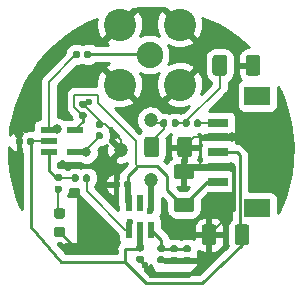
<source format=gbr>
G04 #@! TF.GenerationSoftware,KiCad,Pcbnew,(5.99.0-2215-gb084305b1)*
G04 #@! TF.CreationDate,2020-09-12T17:30:21-04:00*
G04 #@! TF.ProjectId,kicad-sipm,6b696361-642d-4736-9970-6d2e6b696361,rev?*
G04 #@! TF.SameCoordinates,Original*
G04 #@! TF.FileFunction,Copper,L1,Top*
G04 #@! TF.FilePolarity,Positive*
%FSLAX46Y46*%
G04 Gerber Fmt 4.6, Leading zero omitted, Abs format (unit mm)*
G04 Created by KiCad (PCBNEW (5.99.0-2215-gb084305b1)) date 2020-09-12 17:30:21*
%MOMM*%
%LPD*%
G01*
G04 APERTURE LIST*
G04 #@! TA.AperFunction,SMDPad,CuDef*
%ADD10R,1.473200X0.558800*%
G04 #@! TD*
G04 #@! TA.AperFunction,SMDPad,CuDef*
%ADD11R,0.558800X1.473200*%
G04 #@! TD*
G04 #@! TA.AperFunction,ComponentPad*
%ADD12C,2.240000*%
G04 #@! TD*
G04 #@! TA.AperFunction,ComponentPad*
%ADD13C,2.740000*%
G04 #@! TD*
G04 #@! TA.AperFunction,SMDPad,CuDef*
%ADD14R,2.209800X1.600200*%
G04 #@! TD*
G04 #@! TA.AperFunction,SMDPad,CuDef*
%ADD15R,1.778000X0.711200*%
G04 #@! TD*
G04 #@! TA.AperFunction,ComponentPad*
%ADD16C,1.200000*%
G04 #@! TD*
G04 #@! TA.AperFunction,ViaPad*
%ADD17C,0.600000*%
G04 #@! TD*
G04 #@! TA.AperFunction,ViaPad*
%ADD18C,0.800000*%
G04 #@! TD*
G04 #@! TA.AperFunction,Conductor*
%ADD19C,0.250000*%
G04 #@! TD*
G04 #@! TA.AperFunction,Conductor*
%ADD20C,0.200000*%
G04 #@! TD*
G04 #@! TA.AperFunction,Conductor*
%ADD21C,0.600000*%
G04 #@! TD*
G04 #@! TA.AperFunction,Conductor*
%ADD22C,0.350000*%
G04 #@! TD*
G04 #@! TA.AperFunction,Conductor*
%ADD23C,0.500000*%
G04 #@! TD*
G04 #@! TA.AperFunction,Conductor*
%ADD24C,0.254000*%
G04 #@! TD*
G04 APERTURE END LIST*
D10*
X91375000Y-98274999D03*
X91375000Y-99225000D03*
X91375000Y-100175001D03*
X93610200Y-100175001D03*
X93610200Y-98274999D03*
D11*
X98124999Y-106742600D03*
X99075000Y-106742600D03*
X100025001Y-106742600D03*
X100025001Y-104507400D03*
X99075000Y-104507400D03*
X98124999Y-104507400D03*
G04 #@! TA.AperFunction,SMDPad,CuDef*
G36*
G01*
X93985000Y-91727500D02*
X93985000Y-92072500D01*
G75*
G02*
X93837500Y-92220000I-147500J0D01*
G01*
X93542500Y-92220000D01*
G75*
G02*
X93395000Y-92072500I0J147500D01*
G01*
X93395000Y-91727500D01*
G75*
G02*
X93542500Y-91580000I147500J0D01*
G01*
X93837500Y-91580000D01*
G75*
G02*
X93985000Y-91727500I0J-147500D01*
G01*
G37*
G04 #@! TD.AperFunction*
G04 #@! TA.AperFunction,SMDPad,CuDef*
G36*
G01*
X94955000Y-91727500D02*
X94955000Y-92072500D01*
G75*
G02*
X94807500Y-92220000I-147500J0D01*
G01*
X94512500Y-92220000D01*
G75*
G02*
X94365000Y-92072500I0J147500D01*
G01*
X94365000Y-91727500D01*
G75*
G02*
X94512500Y-91580000I147500J0D01*
G01*
X94807500Y-91580000D01*
G75*
G02*
X94955000Y-91727500I0J-147500D01*
G01*
G37*
G04 #@! TD.AperFunction*
G04 #@! TA.AperFunction,SMDPad,CuDef*
G36*
G01*
X95822500Y-98135000D02*
X95477500Y-98135000D01*
G75*
G02*
X95330000Y-97987500I0J147500D01*
G01*
X95330000Y-97692500D01*
G75*
G02*
X95477500Y-97545000I147500J0D01*
G01*
X95822500Y-97545000D01*
G75*
G02*
X95970000Y-97692500I0J-147500D01*
G01*
X95970000Y-97987500D01*
G75*
G02*
X95822500Y-98135000I-147500J0D01*
G01*
G37*
G04 #@! TD.AperFunction*
G04 #@! TA.AperFunction,SMDPad,CuDef*
G36*
G01*
X95822500Y-99105000D02*
X95477500Y-99105000D01*
G75*
G02*
X95330000Y-98957500I0J147500D01*
G01*
X95330000Y-98662500D01*
G75*
G02*
X95477500Y-98515000I147500J0D01*
G01*
X95822500Y-98515000D01*
G75*
G02*
X95970000Y-98662500I0J-147500D01*
G01*
X95970000Y-98957500D01*
G75*
G02*
X95822500Y-99105000I-147500J0D01*
G01*
G37*
G04 #@! TD.AperFunction*
G04 #@! TA.AperFunction,SMDPad,CuDef*
G36*
G01*
X92002500Y-103015000D02*
X92347500Y-103015000D01*
G75*
G02*
X92495000Y-103162500I0J-147500D01*
G01*
X92495000Y-103457500D01*
G75*
G02*
X92347500Y-103605000I-147500J0D01*
G01*
X92002500Y-103605000D01*
G75*
G02*
X91855000Y-103457500I0J147500D01*
G01*
X91855000Y-103162500D01*
G75*
G02*
X92002500Y-103015000I147500J0D01*
G01*
G37*
G04 #@! TD.AperFunction*
G04 #@! TA.AperFunction,SMDPad,CuDef*
G36*
G01*
X92002500Y-102045000D02*
X92347500Y-102045000D01*
G75*
G02*
X92495000Y-102192500I0J-147500D01*
G01*
X92495000Y-102487500D01*
G75*
G02*
X92347500Y-102635000I-147500J0D01*
G01*
X92002500Y-102635000D01*
G75*
G02*
X91855000Y-102487500I0J147500D01*
G01*
X91855000Y-102192500D01*
G75*
G02*
X92002500Y-102045000I147500J0D01*
G01*
G37*
G04 #@! TD.AperFunction*
G04 #@! TA.AperFunction,SMDPad,CuDef*
G36*
G01*
X94265000Y-102547500D02*
X94265000Y-102202500D01*
G75*
G02*
X94412500Y-102055000I147500J0D01*
G01*
X94707500Y-102055000D01*
G75*
G02*
X94855000Y-102202500I0J-147500D01*
G01*
X94855000Y-102547500D01*
G75*
G02*
X94707500Y-102695000I-147500J0D01*
G01*
X94412500Y-102695000D01*
G75*
G02*
X94265000Y-102547500I0J147500D01*
G01*
G37*
G04 #@! TD.AperFunction*
G04 #@! TA.AperFunction,SMDPad,CuDef*
G36*
G01*
X93295000Y-102547500D02*
X93295000Y-102202500D01*
G75*
G02*
X93442500Y-102055000I147500J0D01*
G01*
X93737500Y-102055000D01*
G75*
G02*
X93885000Y-102202500I0J-147500D01*
G01*
X93885000Y-102547500D01*
G75*
G02*
X93737500Y-102695000I-147500J0D01*
G01*
X93442500Y-102695000D01*
G75*
G02*
X93295000Y-102547500I0J147500D01*
G01*
G37*
G04 #@! TD.AperFunction*
G04 #@! TA.AperFunction,SMDPad,CuDef*
G36*
G01*
X103247500Y-108660000D02*
X102902500Y-108660000D01*
G75*
G02*
X102755000Y-108512500I0J147500D01*
G01*
X102755000Y-108217500D01*
G75*
G02*
X102902500Y-108070000I147500J0D01*
G01*
X103247500Y-108070000D01*
G75*
G02*
X103395000Y-108217500I0J-147500D01*
G01*
X103395000Y-108512500D01*
G75*
G02*
X103247500Y-108660000I-147500J0D01*
G01*
G37*
G04 #@! TD.AperFunction*
G04 #@! TA.AperFunction,SMDPad,CuDef*
G36*
G01*
X103247500Y-109630000D02*
X102902500Y-109630000D01*
G75*
G02*
X102755000Y-109482500I0J147500D01*
G01*
X102755000Y-109187500D01*
G75*
G02*
X102902500Y-109040000I147500J0D01*
G01*
X103247500Y-109040000D01*
G75*
G02*
X103395000Y-109187500I0J-147500D01*
G01*
X103395000Y-109482500D01*
G75*
G02*
X103247500Y-109630000I-147500J0D01*
G01*
G37*
G04 #@! TD.AperFunction*
G04 #@! TA.AperFunction,SMDPad,CuDef*
G36*
G01*
X101385000Y-97552500D02*
X101385000Y-97897500D01*
G75*
G02*
X101237500Y-98045000I-147500J0D01*
G01*
X100942500Y-98045000D01*
G75*
G02*
X100795000Y-97897500I0J147500D01*
G01*
X100795000Y-97552500D01*
G75*
G02*
X100942500Y-97405000I147500J0D01*
G01*
X101237500Y-97405000D01*
G75*
G02*
X101385000Y-97552500I0J-147500D01*
G01*
G37*
G04 #@! TD.AperFunction*
G04 #@! TA.AperFunction,SMDPad,CuDef*
G36*
G01*
X102355000Y-97552500D02*
X102355000Y-97897500D01*
G75*
G02*
X102207500Y-98045000I-147500J0D01*
G01*
X101912500Y-98045000D01*
G75*
G02*
X101765000Y-97897500I0J147500D01*
G01*
X101765000Y-97552500D01*
G75*
G02*
X101912500Y-97405000I147500J0D01*
G01*
X102207500Y-97405000D01*
G75*
G02*
X102355000Y-97552500I0J-147500D01*
G01*
G37*
G04 #@! TD.AperFunction*
G04 #@! TA.AperFunction,SMDPad,CuDef*
G36*
G01*
X103285000Y-97552500D02*
X103285000Y-97897500D01*
G75*
G02*
X103137500Y-98045000I-147500J0D01*
G01*
X102842500Y-98045000D01*
G75*
G02*
X102695000Y-97897500I0J147500D01*
G01*
X102695000Y-97552500D01*
G75*
G02*
X102842500Y-97405000I147500J0D01*
G01*
X103137500Y-97405000D01*
G75*
G02*
X103285000Y-97552500I0J-147500D01*
G01*
G37*
G04 #@! TD.AperFunction*
G04 #@! TA.AperFunction,SMDPad,CuDef*
G36*
G01*
X104255000Y-97552500D02*
X104255000Y-97897500D01*
G75*
G02*
X104107500Y-98045000I-147500J0D01*
G01*
X103812500Y-98045000D01*
G75*
G02*
X103665000Y-97897500I0J147500D01*
G01*
X103665000Y-97552500D01*
G75*
G02*
X103812500Y-97405000I147500J0D01*
G01*
X104107500Y-97405000D01*
G75*
G02*
X104255000Y-97552500I0J-147500D01*
G01*
G37*
G04 #@! TD.AperFunction*
G04 #@! TA.AperFunction,SMDPad,CuDef*
G36*
G01*
X92018750Y-106500000D02*
X92531250Y-106500000D01*
G75*
G02*
X92750000Y-106718750I0J-218750D01*
G01*
X92750000Y-107156250D01*
G75*
G02*
X92531250Y-107375000I-218750J0D01*
G01*
X92018750Y-107375000D01*
G75*
G02*
X91800000Y-107156250I0J218750D01*
G01*
X91800000Y-106718750D01*
G75*
G02*
X92018750Y-106500000I218750J0D01*
G01*
G37*
G04 #@! TD.AperFunction*
G04 #@! TA.AperFunction,SMDPad,CuDef*
G36*
G01*
X92018750Y-104925000D02*
X92531250Y-104925000D01*
G75*
G02*
X92750000Y-105143750I0J-218750D01*
G01*
X92750000Y-105581250D01*
G75*
G02*
X92531250Y-105800000I-218750J0D01*
G01*
X92018750Y-105800000D01*
G75*
G02*
X91800000Y-105581250I0J218750D01*
G01*
X91800000Y-105143750D01*
G75*
G02*
X92018750Y-104925000I218750J0D01*
G01*
G37*
G04 #@! TD.AperFunction*
D12*
X99900000Y-91925000D03*
D13*
X97360000Y-89385000D03*
X102440000Y-89385000D03*
X102440000Y-94465000D03*
X97360000Y-94465000D03*
D14*
X109027000Y-95425200D03*
X109027000Y-104924800D03*
D15*
X105725000Y-102675000D03*
X105725000Y-101425000D03*
X105725000Y-100175000D03*
X105725000Y-98925000D03*
X105725000Y-97675000D03*
D16*
X97460000Y-100000000D03*
X100000000Y-102540000D03*
X100000000Y-97460000D03*
G04 #@! TA.AperFunction,SMDPad,CuDef*
G36*
G01*
X98330000Y-102752500D02*
X98330000Y-103097500D01*
G75*
G02*
X98182500Y-103245000I-147500J0D01*
G01*
X97887500Y-103245000D01*
G75*
G02*
X97740000Y-103097500I0J147500D01*
G01*
X97740000Y-102752500D01*
G75*
G02*
X97887500Y-102605000I147500J0D01*
G01*
X98182500Y-102605000D01*
G75*
G02*
X98330000Y-102752500I0J-147500D01*
G01*
G37*
G04 #@! TD.AperFunction*
G04 #@! TA.AperFunction,SMDPad,CuDef*
G36*
G01*
X97360000Y-102752500D02*
X97360000Y-103097500D01*
G75*
G02*
X97212500Y-103245000I-147500J0D01*
G01*
X96917500Y-103245000D01*
G75*
G02*
X96770000Y-103097500I0J147500D01*
G01*
X96770000Y-102752500D01*
G75*
G02*
X96917500Y-102605000I147500J0D01*
G01*
X97212500Y-102605000D01*
G75*
G02*
X97360000Y-102752500I0J-147500D01*
G01*
G37*
G04 #@! TD.AperFunction*
G04 #@! TA.AperFunction,SMDPad,CuDef*
G36*
G01*
X88570000Y-99447500D02*
X88570000Y-99102500D01*
G75*
G02*
X88717500Y-98955000I147500J0D01*
G01*
X89012500Y-98955000D01*
G75*
G02*
X89160000Y-99102500I0J-147500D01*
G01*
X89160000Y-99447500D01*
G75*
G02*
X89012500Y-99595000I-147500J0D01*
G01*
X88717500Y-99595000D01*
G75*
G02*
X88570000Y-99447500I0J147500D01*
G01*
G37*
G04 #@! TD.AperFunction*
G04 #@! TA.AperFunction,SMDPad,CuDef*
G36*
G01*
X89540000Y-99447500D02*
X89540000Y-99102500D01*
G75*
G02*
X89687500Y-98955000I147500J0D01*
G01*
X89982500Y-98955000D01*
G75*
G02*
X90130000Y-99102500I0J-147500D01*
G01*
X90130000Y-99447500D01*
G75*
G02*
X89982500Y-99595000I-147500J0D01*
G01*
X89687500Y-99595000D01*
G75*
G02*
X89540000Y-99447500I0J147500D01*
G01*
G37*
G04 #@! TD.AperFunction*
G04 #@! TA.AperFunction,SMDPad,CuDef*
G36*
G01*
X94415100Y-97380000D02*
X94070100Y-97380000D01*
G75*
G02*
X93922600Y-97232500I0J147500D01*
G01*
X93922600Y-96937500D01*
G75*
G02*
X94070100Y-96790000I147500J0D01*
G01*
X94415100Y-96790000D01*
G75*
G02*
X94562600Y-96937500I0J-147500D01*
G01*
X94562600Y-97232500D01*
G75*
G02*
X94415100Y-97380000I-147500J0D01*
G01*
G37*
G04 #@! TD.AperFunction*
G04 #@! TA.AperFunction,SMDPad,CuDef*
G36*
G01*
X94415100Y-96410000D02*
X94070100Y-96410000D01*
G75*
G02*
X93922600Y-96262500I0J147500D01*
G01*
X93922600Y-95967500D01*
G75*
G02*
X94070100Y-95820000I147500J0D01*
G01*
X94415100Y-95820000D01*
G75*
G02*
X94562600Y-95967500I0J-147500D01*
G01*
X94562600Y-96262500D01*
G75*
G02*
X94415100Y-96410000I-147500J0D01*
G01*
G37*
G04 #@! TD.AperFunction*
G04 #@! TA.AperFunction,SMDPad,CuDef*
G36*
G01*
X99272500Y-109530000D02*
X98927500Y-109530000D01*
G75*
G02*
X98780000Y-109382500I0J147500D01*
G01*
X98780000Y-109087500D01*
G75*
G02*
X98927500Y-108940000I147500J0D01*
G01*
X99272500Y-108940000D01*
G75*
G02*
X99420000Y-109087500I0J-147500D01*
G01*
X99420000Y-109382500D01*
G75*
G02*
X99272500Y-109530000I-147500J0D01*
G01*
G37*
G04 #@! TD.AperFunction*
G04 #@! TA.AperFunction,SMDPad,CuDef*
G36*
G01*
X99272500Y-108560000D02*
X98927500Y-108560000D01*
G75*
G02*
X98780000Y-108412500I0J147500D01*
G01*
X98780000Y-108117500D01*
G75*
G02*
X98927500Y-107970000I147500J0D01*
G01*
X99272500Y-107970000D01*
G75*
G02*
X99420000Y-108117500I0J-147500D01*
G01*
X99420000Y-108412500D01*
G75*
G02*
X99272500Y-108560000I-147500J0D01*
G01*
G37*
G04 #@! TD.AperFunction*
G04 #@! TA.AperFunction,SMDPad,CuDef*
G36*
G01*
X105550000Y-106550000D02*
X105550000Y-107800000D01*
G75*
G02*
X105300000Y-108050000I-250000J0D01*
G01*
X104550000Y-108050000D01*
G75*
G02*
X104300000Y-107800000I0J250000D01*
G01*
X104300000Y-106550000D01*
G75*
G02*
X104550000Y-106300000I250000J0D01*
G01*
X105300000Y-106300000D01*
G75*
G02*
X105550000Y-106550000I0J-250000D01*
G01*
G37*
G04 #@! TD.AperFunction*
G04 #@! TA.AperFunction,SMDPad,CuDef*
G36*
G01*
X108350000Y-106550000D02*
X108350000Y-107800000D01*
G75*
G02*
X108100000Y-108050000I-250000J0D01*
G01*
X107350000Y-108050000D01*
G75*
G02*
X107100000Y-107800000I0J250000D01*
G01*
X107100000Y-106550000D01*
G75*
G02*
X107350000Y-106300000I250000J0D01*
G01*
X108100000Y-106300000D01*
G75*
G02*
X108350000Y-106550000I0J-250000D01*
G01*
G37*
G04 #@! TD.AperFunction*
G04 #@! TA.AperFunction,SMDPad,CuDef*
G36*
G01*
X101802500Y-108070000D02*
X102147500Y-108070000D01*
G75*
G02*
X102295000Y-108217500I0J-147500D01*
G01*
X102295000Y-108512500D01*
G75*
G02*
X102147500Y-108660000I-147500J0D01*
G01*
X101802500Y-108660000D01*
G75*
G02*
X101655000Y-108512500I0J147500D01*
G01*
X101655000Y-108217500D01*
G75*
G02*
X101802500Y-108070000I147500J0D01*
G01*
G37*
G04 #@! TD.AperFunction*
G04 #@! TA.AperFunction,SMDPad,CuDef*
G36*
G01*
X101802500Y-109040000D02*
X102147500Y-109040000D01*
G75*
G02*
X102295000Y-109187500I0J-147500D01*
G01*
X102295000Y-109482500D01*
G75*
G02*
X102147500Y-109630000I-147500J0D01*
G01*
X101802500Y-109630000D01*
G75*
G02*
X101655000Y-109482500I0J147500D01*
G01*
X101655000Y-109187500D01*
G75*
G02*
X101802500Y-109040000I147500J0D01*
G01*
G37*
G04 #@! TD.AperFunction*
G04 #@! TA.AperFunction,SMDPad,CuDef*
G36*
G01*
X103425000Y-102475000D02*
X102175000Y-102475000D01*
G75*
G02*
X101925000Y-102225000I0J250000D01*
G01*
X101925000Y-101475000D01*
G75*
G02*
X102175000Y-101225000I250000J0D01*
G01*
X103425000Y-101225000D01*
G75*
G02*
X103675000Y-101475000I0J-250000D01*
G01*
X103675000Y-102225000D01*
G75*
G02*
X103425000Y-102475000I-250000J0D01*
G01*
G37*
G04 #@! TD.AperFunction*
G04 #@! TA.AperFunction,SMDPad,CuDef*
G36*
G01*
X103425000Y-105275000D02*
X102175000Y-105275000D01*
G75*
G02*
X101925000Y-105025000I0J250000D01*
G01*
X101925000Y-104275000D01*
G75*
G02*
X102175000Y-104025000I250000J0D01*
G01*
X103425000Y-104025000D01*
G75*
G02*
X103675000Y-104275000I0J-250000D01*
G01*
X103675000Y-105025000D01*
G75*
G02*
X103425000Y-105275000I-250000J0D01*
G01*
G37*
G04 #@! TD.AperFunction*
G04 #@! TA.AperFunction,SMDPad,CuDef*
G36*
G01*
X100702500Y-108045000D02*
X101047500Y-108045000D01*
G75*
G02*
X101195000Y-108192500I0J-147500D01*
G01*
X101195000Y-108487500D01*
G75*
G02*
X101047500Y-108635000I-147500J0D01*
G01*
X100702500Y-108635000D01*
G75*
G02*
X100555000Y-108487500I0J147500D01*
G01*
X100555000Y-108192500D01*
G75*
G02*
X100702500Y-108045000I147500J0D01*
G01*
G37*
G04 #@! TD.AperFunction*
G04 #@! TA.AperFunction,SMDPad,CuDef*
G36*
G01*
X100702500Y-109015000D02*
X101047500Y-109015000D01*
G75*
G02*
X101195000Y-109162500I0J-147500D01*
G01*
X101195000Y-109457500D01*
G75*
G02*
X101047500Y-109605000I-147500J0D01*
G01*
X100702500Y-109605000D01*
G75*
G02*
X100555000Y-109457500I0J147500D01*
G01*
X100555000Y-109162500D01*
G75*
G02*
X100702500Y-109015000I147500J0D01*
G01*
G37*
G04 #@! TD.AperFunction*
G04 #@! TA.AperFunction,SMDPad,CuDef*
G36*
G01*
X102250000Y-100375000D02*
X102250000Y-99125000D01*
G75*
G02*
X102500000Y-98875000I250000J0D01*
G01*
X103250000Y-98875000D01*
G75*
G02*
X103500000Y-99125000I0J-250000D01*
G01*
X103500000Y-100375000D01*
G75*
G02*
X103250000Y-100625000I-250000J0D01*
G01*
X102500000Y-100625000D01*
G75*
G02*
X102250000Y-100375000I0J250000D01*
G01*
G37*
G04 #@! TD.AperFunction*
G04 #@! TA.AperFunction,SMDPad,CuDef*
G36*
G01*
X99450000Y-100375000D02*
X99450000Y-99125000D01*
G75*
G02*
X99700000Y-98875000I250000J0D01*
G01*
X100450000Y-98875000D01*
G75*
G02*
X100700000Y-99125000I0J-250000D01*
G01*
X100700000Y-100375000D01*
G75*
G02*
X100450000Y-100625000I-250000J0D01*
G01*
X99700000Y-100625000D01*
G75*
G02*
X99450000Y-100375000I0J250000D01*
G01*
G37*
G04 #@! TD.AperFunction*
G04 #@! TA.AperFunction,SMDPad,CuDef*
G36*
G01*
X108025000Y-93450000D02*
X108025000Y-92200000D01*
G75*
G02*
X108275000Y-91950000I250000J0D01*
G01*
X109025000Y-91950000D01*
G75*
G02*
X109275000Y-92200000I0J-250000D01*
G01*
X109275000Y-93450000D01*
G75*
G02*
X109025000Y-93700000I-250000J0D01*
G01*
X108275000Y-93700000D01*
G75*
G02*
X108025000Y-93450000I0J250000D01*
G01*
G37*
G04 #@! TD.AperFunction*
G04 #@! TA.AperFunction,SMDPad,CuDef*
G36*
G01*
X105225000Y-93450000D02*
X105225000Y-92200000D01*
G75*
G02*
X105475000Y-91950000I250000J0D01*
G01*
X106225000Y-91950000D01*
G75*
G02*
X106475000Y-92200000I0J-250000D01*
G01*
X106475000Y-93450000D01*
G75*
G02*
X106225000Y-93700000I-250000J0D01*
G01*
X105475000Y-93700000D01*
G75*
G02*
X105225000Y-93450000I0J250000D01*
G01*
G37*
G04 #@! TD.AperFunction*
D17*
X104775000Y-101425000D03*
X104725000Y-98925000D03*
X99475000Y-109700000D03*
X104625000Y-109175000D03*
X94800000Y-95925000D03*
D18*
X88875000Y-98625000D03*
X106875000Y-98925000D03*
X106825000Y-101450000D03*
X92100000Y-98250000D03*
X94550000Y-100200000D03*
X94100000Y-108200000D03*
D17*
X98200000Y-106125000D03*
X99975000Y-105150000D03*
D19*
X89825000Y-106550000D02*
X89825000Y-99285000D01*
X89825000Y-99285000D02*
X89835000Y-99275000D01*
X92275000Y-106937500D02*
X92275000Y-106975000D01*
X92275000Y-106975000D02*
X93500000Y-108200000D01*
X93500000Y-108200000D02*
X94100000Y-108200000D01*
X89825000Y-106550000D02*
X92439747Y-109500000D01*
X92439747Y-109500000D02*
X97860000Y-109500000D01*
X97860000Y-109510000D02*
X99575000Y-111225000D01*
X97860000Y-108365000D02*
X97860000Y-109510000D01*
X99575000Y-111225000D02*
X104350000Y-111225000D01*
X104350000Y-111225000D02*
X107725000Y-108050000D01*
X107725000Y-108050000D02*
X107725000Y-107175000D01*
D20*
X104925000Y-108425000D02*
X104015000Y-109335000D01*
X104015000Y-109335000D02*
X103075000Y-109335000D01*
X104925000Y-107175000D02*
X104925000Y-108425000D01*
D19*
X99475000Y-109700000D02*
X99475000Y-110175000D01*
X99475000Y-110175000D02*
X99975000Y-110675000D01*
X99975000Y-110675000D02*
X103125000Y-110675000D01*
X103125000Y-110675000D02*
X104625000Y-109175000D01*
X99475000Y-109700000D02*
X100025000Y-110250000D01*
X99100000Y-109235000D02*
X99100000Y-109325000D01*
X99100000Y-109325000D02*
X99475000Y-109700000D01*
X98862500Y-101337500D02*
X98862500Y-101412500D01*
X98862500Y-101412500D02*
X98035000Y-102240000D01*
X98035000Y-102240000D02*
X98035000Y-102925000D01*
D20*
X98862500Y-101337500D02*
X98725000Y-101200000D01*
D19*
X102800000Y-104650000D02*
X102650000Y-104650000D01*
X101350000Y-103350000D02*
X101350000Y-102200000D01*
X101350000Y-102200000D02*
X100487500Y-101337500D01*
X102650000Y-104650000D02*
X101350000Y-103350000D01*
X100487500Y-101337500D02*
X98862500Y-101337500D01*
D20*
X94242600Y-96115000D02*
X94610000Y-96115000D01*
X94610000Y-96115000D02*
X94800000Y-95925000D01*
D19*
X107550001Y-104824999D02*
X107550001Y-107000001D01*
D20*
X107550001Y-107000001D02*
X107725000Y-107175000D01*
D19*
X107550001Y-100450001D02*
X107275000Y-100175000D01*
X107550001Y-104824999D02*
X107550001Y-100450001D01*
X107725000Y-107175000D02*
X107600000Y-107050000D01*
X107275000Y-100175000D02*
X105725000Y-100175000D01*
D21*
X104775000Y-101425000D02*
X103225000Y-101425000D01*
D20*
X104700000Y-98925000D02*
X104525000Y-98925000D01*
X94242600Y-96115000D02*
X95700000Y-97572400D01*
X95700000Y-97572400D02*
X95700000Y-97840000D01*
X104525000Y-98925000D02*
X103700000Y-98925000D01*
D22*
X107025000Y-101650000D02*
X107025000Y-105075000D01*
D20*
X106825000Y-101450000D02*
X107025000Y-101650000D01*
X107025000Y-105075000D02*
X104925000Y-107175000D01*
X99125000Y-109310000D02*
X99100000Y-109335000D01*
X101090000Y-97725000D02*
X100265000Y-97725000D01*
X100265000Y-97725000D02*
X100000000Y-97460000D01*
X102990000Y-97725000D02*
X102990000Y-97585000D01*
X102990000Y-97585000D02*
X105850000Y-94725000D01*
X105850000Y-94725000D02*
X105850000Y-92825000D01*
X103960000Y-97725000D02*
X105675000Y-97725000D01*
X105675000Y-97725000D02*
X105725000Y-97675000D01*
X102060000Y-97725000D02*
X102990000Y-97725000D01*
X100075000Y-99750000D02*
X100075000Y-99225000D01*
X100075000Y-99225000D02*
X101090000Y-98210000D01*
X101090000Y-98210000D02*
X101090000Y-97725000D01*
X105725000Y-102675000D02*
X104775000Y-102675000D01*
D19*
X104775000Y-102675000D02*
X102800000Y-104650000D01*
D20*
X105725000Y-98925000D02*
X104700000Y-98925000D01*
X103700000Y-98925000D02*
X102875000Y-99750000D01*
X102800000Y-101850000D02*
X102800000Y-99825000D01*
X102800000Y-99825000D02*
X102875000Y-99750000D01*
D23*
X105725000Y-101425000D02*
X104775000Y-101425000D01*
D20*
X103225000Y-101425000D02*
X102800000Y-101850000D01*
X95525000Y-96050000D02*
X95525000Y-95325000D01*
X98725000Y-99250000D02*
X95525000Y-96050000D01*
X95525000Y-95325000D02*
X93525000Y-95325000D01*
X93525000Y-96367400D02*
X94242600Y-97085000D01*
X98725000Y-101200000D02*
X98725000Y-99250000D01*
X93525000Y-95325000D02*
X93525000Y-96367400D01*
X97460000Y-100000000D02*
X97460000Y-99151472D01*
X97460000Y-99151472D02*
X96148528Y-97840000D01*
X96148528Y-97840000D02*
X95700000Y-97840000D01*
X94550000Y-100200000D02*
X94550000Y-99960000D01*
X94550000Y-99960000D02*
X95700000Y-98810000D01*
X91375000Y-98274999D02*
X91375000Y-94215000D01*
X91375000Y-94215000D02*
X93690000Y-91900000D01*
X92175000Y-105362500D02*
X92175000Y-103310000D01*
X94212500Y-106937500D02*
X94300000Y-107025000D01*
X97860000Y-109500000D02*
X97860000Y-108365000D01*
D19*
X97860000Y-108365000D02*
X99100000Y-108365000D01*
X94242600Y-97642599D02*
X94242600Y-97085000D01*
X92175000Y-102340000D02*
X92015000Y-102340000D01*
X92015000Y-102340000D02*
X91375000Y-101700000D01*
X91375000Y-101700000D02*
X91375000Y-100175001D01*
D20*
X89702600Y-99250000D02*
X91350000Y-99250000D01*
X91350000Y-99250000D02*
X91375000Y-99225000D01*
X94242600Y-97642599D02*
X93610200Y-98274999D01*
X97065000Y-102925000D02*
X97065000Y-100395000D01*
X97065000Y-100395000D02*
X97460000Y-100000000D01*
X105191600Y-102675000D02*
X105725000Y-102675000D01*
D23*
X100025001Y-104507400D02*
X100025001Y-102565001D01*
D20*
X100025001Y-102565001D02*
X100000000Y-102540000D01*
D23*
X98035000Y-102925000D02*
X98035000Y-104417401D01*
D20*
X98035000Y-104417401D02*
X98124999Y-104507400D01*
X94560000Y-102375000D02*
X94560000Y-103475350D01*
X94560000Y-103475350D02*
X97827250Y-106742600D01*
X97827250Y-106742600D02*
X98124999Y-106742600D01*
X93365000Y-102375000D02*
X92210000Y-102375000D01*
X92210000Y-102375000D02*
X92175000Y-102340000D01*
X92175000Y-106662500D02*
X92100000Y-106737500D01*
X91267600Y-100282401D02*
X91375000Y-100175001D01*
D23*
X99100000Y-108365000D02*
X99100000Y-106767600D01*
D19*
X99100000Y-106767600D02*
X99075000Y-106742600D01*
X100875000Y-108340000D02*
X100875000Y-107592599D01*
X100875000Y-107592599D02*
X100025001Y-106742600D01*
X103075000Y-108365000D02*
X100900000Y-108365000D01*
X100900000Y-108365000D02*
X100875000Y-108340000D01*
X94660000Y-91900000D02*
X99900000Y-91900000D01*
D24*
X106789001Y-104775026D02*
X106789002Y-105854678D01*
X106770225Y-105866745D01*
X106756603Y-105878548D01*
X106600593Y-106058592D01*
X106590849Y-106073754D01*
X106491884Y-106290458D01*
X106486806Y-106307751D01*
X106461418Y-106484329D01*
X106460776Y-106493306D01*
X106460776Y-107840379D01*
X106462220Y-107853809D01*
X106523495Y-108135489D01*
X104048308Y-110464000D01*
X99890217Y-110464000D01*
X99552032Y-110125816D01*
X99569551Y-110119316D01*
X99759993Y-110009365D01*
X99774758Y-109997591D01*
X99923524Y-109837259D01*
X99934162Y-109821655D01*
X99966117Y-109755300D01*
X100075635Y-109944993D01*
X100087409Y-109959758D01*
X100224000Y-110086496D01*
X100224000Y-110250063D01*
X100243182Y-110296373D01*
X100303627Y-110356818D01*
X100349937Y-110376000D01*
X103577191Y-110376000D01*
X103651000Y-110302191D01*
X103651000Y-110157858D01*
X103734993Y-110109365D01*
X103749758Y-110097591D01*
X103898524Y-109937259D01*
X103909162Y-109921655D01*
X104004060Y-109724597D01*
X104009626Y-109706551D01*
X104033128Y-109550623D01*
X103957722Y-109463000D01*
X103276808Y-109462999D01*
X103276807Y-109463000D01*
X102843000Y-109463000D01*
X102176808Y-109462999D01*
X102176807Y-109463000D01*
X101184191Y-109462999D01*
X101159191Y-109437999D01*
X100747000Y-109437999D01*
X100747001Y-109274738D01*
X101091298Y-109274738D01*
X101103036Y-109273637D01*
X101324622Y-109231711D01*
X101344550Y-109224316D01*
X101400461Y-109192037D01*
X101560403Y-109269060D01*
X101578449Y-109274626D01*
X101740376Y-109299033D01*
X101749779Y-109299738D01*
X102191298Y-109299738D01*
X102203036Y-109298637D01*
X102424623Y-109256710D01*
X102444551Y-109249316D01*
X102517844Y-109207000D01*
X102531534Y-109207001D01*
X102660403Y-109269060D01*
X102678449Y-109274626D01*
X102840376Y-109299033D01*
X102849779Y-109299738D01*
X103291298Y-109299738D01*
X103303036Y-109298637D01*
X103524622Y-109256711D01*
X103544550Y-109249316D01*
X103617844Y-109207001D01*
X103954993Y-109207001D01*
X104030575Y-109115777D01*
X103991710Y-108910377D01*
X103984316Y-108890449D01*
X103959411Y-108847312D01*
X104004060Y-108754597D01*
X104009626Y-108736551D01*
X104034033Y-108574624D01*
X104034738Y-108565221D01*
X104034738Y-108528737D01*
X104058592Y-108549407D01*
X104073754Y-108559151D01*
X104290458Y-108658116D01*
X104307751Y-108663194D01*
X104484329Y-108688582D01*
X104493306Y-108689224D01*
X104723191Y-108689224D01*
X104797000Y-108615415D01*
X105052999Y-108615415D01*
X105126808Y-108689224D01*
X105340379Y-108689224D01*
X105353809Y-108687780D01*
X105656624Y-108621907D01*
X105677458Y-108613277D01*
X105879776Y-108483255D01*
X105893397Y-108471452D01*
X106049407Y-108291408D01*
X106059151Y-108276246D01*
X106158116Y-108059542D01*
X106163194Y-108042249D01*
X106188582Y-107865671D01*
X106189224Y-107856694D01*
X106189224Y-107376809D01*
X106115415Y-107303000D01*
X105126809Y-107302999D01*
X105053000Y-107376808D01*
X105052999Y-108615415D01*
X104797000Y-108615415D01*
X104797001Y-107376809D01*
X104723192Y-107303000D01*
X103734585Y-107302999D01*
X103660776Y-107376808D01*
X103660776Y-107543375D01*
X103489597Y-107460940D01*
X103471551Y-107455374D01*
X103309624Y-107430967D01*
X103300221Y-107430262D01*
X102858702Y-107430262D01*
X102846964Y-107431363D01*
X102625377Y-107473290D01*
X102605449Y-107480684D01*
X102525930Y-107526594D01*
X102389597Y-107460940D01*
X102371551Y-107455374D01*
X102209624Y-107430967D01*
X102200221Y-107430262D01*
X101758702Y-107430262D01*
X101746964Y-107431363D01*
X101629965Y-107453500D01*
X101617263Y-107414405D01*
X101609347Y-107364422D01*
X101603218Y-107345559D01*
X101580243Y-107300470D01*
X101564610Y-107252354D01*
X101555606Y-107234682D01*
X101525865Y-107193747D01*
X101502894Y-107148665D01*
X101491236Y-107132619D01*
X101341991Y-106983375D01*
X100946238Y-106587623D01*
X100946238Y-106493306D01*
X103660776Y-106493306D01*
X103660776Y-106973191D01*
X103734585Y-107047000D01*
X104723191Y-107047001D01*
X104797000Y-106973192D01*
X104797000Y-106973191D01*
X105052999Y-106973191D01*
X105126808Y-107047000D01*
X106115415Y-107047001D01*
X106189224Y-106973192D01*
X106189224Y-106509621D01*
X106187780Y-106496191D01*
X106121907Y-106193376D01*
X106113277Y-106172542D01*
X105983255Y-105970224D01*
X105971452Y-105956603D01*
X105791408Y-105800593D01*
X105776246Y-105790849D01*
X105559542Y-105691884D01*
X105542249Y-105686806D01*
X105365671Y-105661418D01*
X105356694Y-105660776D01*
X105126809Y-105660776D01*
X105053000Y-105734585D01*
X105052999Y-106973191D01*
X104797000Y-106973191D01*
X104797001Y-105734585D01*
X104723192Y-105660776D01*
X104509621Y-105660776D01*
X104496191Y-105662220D01*
X104193376Y-105728093D01*
X104172542Y-105736723D01*
X103970224Y-105866745D01*
X103956603Y-105878548D01*
X103800593Y-106058592D01*
X103790849Y-106073754D01*
X103691884Y-106290458D01*
X103686806Y-106307751D01*
X103661418Y-106484329D01*
X103660776Y-106493306D01*
X100946238Y-106493306D01*
X100946238Y-105997742D01*
X100944082Y-105981366D01*
X100869264Y-105702142D01*
X100856521Y-105677662D01*
X100814808Y-105627950D01*
X100903760Y-105473880D01*
X100911301Y-105453163D01*
X100945279Y-105260462D01*
X100946238Y-105249501D01*
X100946238Y-104022453D01*
X101285776Y-104361992D01*
X101285776Y-105065379D01*
X101287220Y-105078809D01*
X101353093Y-105381624D01*
X101361723Y-105402458D01*
X101491745Y-105604776D01*
X101503548Y-105618397D01*
X101683592Y-105774407D01*
X101698754Y-105784151D01*
X101915458Y-105883116D01*
X101932751Y-105888194D01*
X102109329Y-105913582D01*
X102118306Y-105914224D01*
X103465379Y-105914224D01*
X103478809Y-105912780D01*
X103781624Y-105846907D01*
X103802458Y-105838277D01*
X104004776Y-105708255D01*
X104018397Y-105696452D01*
X104174407Y-105516408D01*
X104184151Y-105501246D01*
X104283116Y-105284542D01*
X104288194Y-105267249D01*
X104313582Y-105090671D01*
X104314224Y-105081694D01*
X104314224Y-104234621D01*
X104312780Y-104221191D01*
X104311394Y-104214821D01*
X104853779Y-103672437D01*
X106622258Y-103672437D01*
X106638634Y-103670281D01*
X106789001Y-103629990D01*
X106789001Y-104775026D01*
G04 #@! TA.AperFunction,Conductor*
G36*
X106789001Y-104775026D02*
G01*
X106789002Y-105854678D01*
X106770225Y-105866745D01*
X106756603Y-105878548D01*
X106600593Y-106058592D01*
X106590849Y-106073754D01*
X106491884Y-106290458D01*
X106486806Y-106307751D01*
X106461418Y-106484329D01*
X106460776Y-106493306D01*
X106460776Y-107840379D01*
X106462220Y-107853809D01*
X106523495Y-108135489D01*
X104048308Y-110464000D01*
X99890217Y-110464000D01*
X99552032Y-110125816D01*
X99569551Y-110119316D01*
X99759993Y-110009365D01*
X99774758Y-109997591D01*
X99923524Y-109837259D01*
X99934162Y-109821655D01*
X99966117Y-109755300D01*
X100075635Y-109944993D01*
X100087409Y-109959758D01*
X100224000Y-110086496D01*
X100224000Y-110250063D01*
X100243182Y-110296373D01*
X100303627Y-110356818D01*
X100349937Y-110376000D01*
X103577191Y-110376000D01*
X103651000Y-110302191D01*
X103651000Y-110157858D01*
X103734993Y-110109365D01*
X103749758Y-110097591D01*
X103898524Y-109937259D01*
X103909162Y-109921655D01*
X104004060Y-109724597D01*
X104009626Y-109706551D01*
X104033128Y-109550623D01*
X103957722Y-109463000D01*
X103276808Y-109462999D01*
X103276807Y-109463000D01*
X102843000Y-109463000D01*
X102176808Y-109462999D01*
X102176807Y-109463000D01*
X101184191Y-109462999D01*
X101159191Y-109437999D01*
X100747000Y-109437999D01*
X100747001Y-109274738D01*
X101091298Y-109274738D01*
X101103036Y-109273637D01*
X101324622Y-109231711D01*
X101344550Y-109224316D01*
X101400461Y-109192037D01*
X101560403Y-109269060D01*
X101578449Y-109274626D01*
X101740376Y-109299033D01*
X101749779Y-109299738D01*
X102191298Y-109299738D01*
X102203036Y-109298637D01*
X102424623Y-109256710D01*
X102444551Y-109249316D01*
X102517844Y-109207000D01*
X102531534Y-109207001D01*
X102660403Y-109269060D01*
X102678449Y-109274626D01*
X102840376Y-109299033D01*
X102849779Y-109299738D01*
X103291298Y-109299738D01*
X103303036Y-109298637D01*
X103524622Y-109256711D01*
X103544550Y-109249316D01*
X103617844Y-109207001D01*
X103954993Y-109207001D01*
X104030575Y-109115777D01*
X103991710Y-108910377D01*
X103984316Y-108890449D01*
X103959411Y-108847312D01*
X104004060Y-108754597D01*
X104009626Y-108736551D01*
X104034033Y-108574624D01*
X104034738Y-108565221D01*
X104034738Y-108528737D01*
X104058592Y-108549407D01*
X104073754Y-108559151D01*
X104290458Y-108658116D01*
X104307751Y-108663194D01*
X104484329Y-108688582D01*
X104493306Y-108689224D01*
X104723191Y-108689224D01*
X104797000Y-108615415D01*
X105052999Y-108615415D01*
X105126808Y-108689224D01*
X105340379Y-108689224D01*
X105353809Y-108687780D01*
X105656624Y-108621907D01*
X105677458Y-108613277D01*
X105879776Y-108483255D01*
X105893397Y-108471452D01*
X106049407Y-108291408D01*
X106059151Y-108276246D01*
X106158116Y-108059542D01*
X106163194Y-108042249D01*
X106188582Y-107865671D01*
X106189224Y-107856694D01*
X106189224Y-107376809D01*
X106115415Y-107303000D01*
X105126809Y-107302999D01*
X105053000Y-107376808D01*
X105052999Y-108615415D01*
X104797000Y-108615415D01*
X104797001Y-107376809D01*
X104723192Y-107303000D01*
X103734585Y-107302999D01*
X103660776Y-107376808D01*
X103660776Y-107543375D01*
X103489597Y-107460940D01*
X103471551Y-107455374D01*
X103309624Y-107430967D01*
X103300221Y-107430262D01*
X102858702Y-107430262D01*
X102846964Y-107431363D01*
X102625377Y-107473290D01*
X102605449Y-107480684D01*
X102525930Y-107526594D01*
X102389597Y-107460940D01*
X102371551Y-107455374D01*
X102209624Y-107430967D01*
X102200221Y-107430262D01*
X101758702Y-107430262D01*
X101746964Y-107431363D01*
X101629965Y-107453500D01*
X101617263Y-107414405D01*
X101609347Y-107364422D01*
X101603218Y-107345559D01*
X101580243Y-107300470D01*
X101564610Y-107252354D01*
X101555606Y-107234682D01*
X101525865Y-107193747D01*
X101502894Y-107148665D01*
X101491236Y-107132619D01*
X101341991Y-106983375D01*
X100946238Y-106587623D01*
X100946238Y-106493306D01*
X103660776Y-106493306D01*
X103660776Y-106973191D01*
X103734585Y-107047000D01*
X104723191Y-107047001D01*
X104797000Y-106973192D01*
X104797000Y-106973191D01*
X105052999Y-106973191D01*
X105126808Y-107047000D01*
X106115415Y-107047001D01*
X106189224Y-106973192D01*
X106189224Y-106509621D01*
X106187780Y-106496191D01*
X106121907Y-106193376D01*
X106113277Y-106172542D01*
X105983255Y-105970224D01*
X105971452Y-105956603D01*
X105791408Y-105800593D01*
X105776246Y-105790849D01*
X105559542Y-105691884D01*
X105542249Y-105686806D01*
X105365671Y-105661418D01*
X105356694Y-105660776D01*
X105126809Y-105660776D01*
X105053000Y-105734585D01*
X105052999Y-106973191D01*
X104797000Y-106973191D01*
X104797001Y-105734585D01*
X104723192Y-105660776D01*
X104509621Y-105660776D01*
X104496191Y-105662220D01*
X104193376Y-105728093D01*
X104172542Y-105736723D01*
X103970224Y-105866745D01*
X103956603Y-105878548D01*
X103800593Y-106058592D01*
X103790849Y-106073754D01*
X103691884Y-106290458D01*
X103686806Y-106307751D01*
X103661418Y-106484329D01*
X103660776Y-106493306D01*
X100946238Y-106493306D01*
X100946238Y-105997742D01*
X100944082Y-105981366D01*
X100869264Y-105702142D01*
X100856521Y-105677662D01*
X100814808Y-105627950D01*
X100903760Y-105473880D01*
X100911301Y-105453163D01*
X100945279Y-105260462D01*
X100946238Y-105249501D01*
X100946238Y-104022453D01*
X101285776Y-104361992D01*
X101285776Y-105065379D01*
X101287220Y-105078809D01*
X101353093Y-105381624D01*
X101361723Y-105402458D01*
X101491745Y-105604776D01*
X101503548Y-105618397D01*
X101683592Y-105774407D01*
X101698754Y-105784151D01*
X101915458Y-105883116D01*
X101932751Y-105888194D01*
X102109329Y-105913582D01*
X102118306Y-105914224D01*
X103465379Y-105914224D01*
X103478809Y-105912780D01*
X103781624Y-105846907D01*
X103802458Y-105838277D01*
X104004776Y-105708255D01*
X104018397Y-105696452D01*
X104174407Y-105516408D01*
X104184151Y-105501246D01*
X104283116Y-105284542D01*
X104288194Y-105267249D01*
X104313582Y-105090671D01*
X104314224Y-105081694D01*
X104314224Y-104234621D01*
X104312780Y-104221191D01*
X104311394Y-104214821D01*
X104853779Y-103672437D01*
X106622258Y-103672437D01*
X106638634Y-103670281D01*
X106789001Y-103629990D01*
X106789001Y-104775026D01*
G37*
G04 #@! TD.AperFunction*
X93200403Y-103304060D02*
X93218449Y-103309626D01*
X93380376Y-103334033D01*
X93389779Y-103334738D01*
X93781298Y-103334738D01*
X93793036Y-103333637D01*
X93824001Y-103327778D01*
X93824001Y-103581880D01*
X93827104Y-103601469D01*
X93842125Y-103647700D01*
X93849729Y-103695705D01*
X93855857Y-103714567D01*
X93877923Y-103757874D01*
X93892943Y-103804102D01*
X93901947Y-103821773D01*
X93930518Y-103861098D01*
X93952585Y-103904406D01*
X93964243Y-103920451D01*
X94002452Y-103958660D01*
X94002465Y-103958675D01*
X97203762Y-107159973D01*
X97203762Y-107487458D01*
X97205918Y-107503834D01*
X97280736Y-107783059D01*
X97293479Y-107807539D01*
X97315272Y-107833512D01*
X97243764Y-107905020D01*
X97232106Y-107921065D01*
X97131782Y-108117961D01*
X97125653Y-108136823D01*
X97091085Y-108355084D01*
X97091085Y-108374916D01*
X97099000Y-108424892D01*
X97099000Y-108739000D01*
X92782134Y-108739000D01*
X92108462Y-107978953D01*
X92147000Y-107940415D01*
X92147000Y-107911951D01*
X92402999Y-107914267D01*
X92402999Y-107940415D01*
X92476808Y-108014224D01*
X92570462Y-108014224D01*
X92583892Y-108012780D01*
X92874946Y-107949465D01*
X92895780Y-107940835D01*
X92929702Y-107919034D01*
X93751383Y-107926470D01*
X93826000Y-107852525D01*
X93826000Y-103972809D01*
X93752191Y-103899000D01*
X93007563Y-103899000D01*
X93009162Y-103896655D01*
X93104060Y-103699597D01*
X93109626Y-103681551D01*
X93134033Y-103519624D01*
X93134738Y-103510221D01*
X93134738Y-103272438D01*
X93200403Y-103304060D01*
G04 #@! TA.AperFunction,Conductor*
G36*
X93200403Y-103304060D02*
G01*
X93218449Y-103309626D01*
X93380376Y-103334033D01*
X93389779Y-103334738D01*
X93781298Y-103334738D01*
X93793036Y-103333637D01*
X93824001Y-103327778D01*
X93824001Y-103581880D01*
X93827104Y-103601469D01*
X93842125Y-103647700D01*
X93849729Y-103695705D01*
X93855857Y-103714567D01*
X93877923Y-103757874D01*
X93892943Y-103804102D01*
X93901947Y-103821773D01*
X93930518Y-103861098D01*
X93952585Y-103904406D01*
X93964243Y-103920451D01*
X94002452Y-103958660D01*
X94002465Y-103958675D01*
X97203762Y-107159973D01*
X97203762Y-107487458D01*
X97205918Y-107503834D01*
X97280736Y-107783059D01*
X97293479Y-107807539D01*
X97315272Y-107833512D01*
X97243764Y-107905020D01*
X97232106Y-107921065D01*
X97131782Y-108117961D01*
X97125653Y-108136823D01*
X97091085Y-108355084D01*
X97091085Y-108374916D01*
X97099000Y-108424892D01*
X97099000Y-108739000D01*
X92782134Y-108739000D01*
X92108462Y-107978953D01*
X92147000Y-107940415D01*
X92147000Y-107911951D01*
X92402999Y-107914267D01*
X92402999Y-107940415D01*
X92476808Y-108014224D01*
X92570462Y-108014224D01*
X92583892Y-108012780D01*
X92874946Y-107949465D01*
X92895780Y-107940835D01*
X92929702Y-107919034D01*
X93751383Y-107926470D01*
X93826000Y-107852525D01*
X93826000Y-103972809D01*
X93752191Y-103899000D01*
X93007563Y-103899000D01*
X93009162Y-103896655D01*
X93104060Y-103699597D01*
X93109626Y-103681551D01*
X93134033Y-103519624D01*
X93134738Y-103510221D01*
X93134738Y-103272438D01*
X93200403Y-103304060D01*
G37*
G04 #@! TD.AperFunction*
X100419880Y-87976421D02*
X101090379Y-88018605D01*
X101276862Y-88040842D01*
X103887424Y-90651405D01*
X104002865Y-90642623D01*
X104138526Y-90457941D01*
X104143384Y-90450211D01*
X104275621Y-90201511D01*
X104279312Y-90193160D01*
X104374262Y-89927975D01*
X104376710Y-89919179D01*
X104432553Y-89642229D01*
X104433775Y-89631461D01*
X104444186Y-89246722D01*
X104443548Y-89235903D01*
X104402764Y-88956338D01*
X104400796Y-88947422D01*
X104352040Y-88783874D01*
X104970024Y-89043650D01*
X105573878Y-89338169D01*
X106160341Y-89665932D01*
X106727585Y-90025916D01*
X107273879Y-90417025D01*
X107797482Y-90838012D01*
X108296741Y-91287548D01*
X108319808Y-91310776D01*
X108234621Y-91310776D01*
X108221191Y-91312220D01*
X107918376Y-91378093D01*
X107897542Y-91386723D01*
X107695224Y-91516745D01*
X107681603Y-91528548D01*
X107525593Y-91708592D01*
X107515849Y-91723754D01*
X107416884Y-91940458D01*
X107411806Y-91957751D01*
X107386418Y-92134329D01*
X107385776Y-92143306D01*
X107385776Y-92623191D01*
X107459585Y-92697000D01*
X108778000Y-92697000D01*
X108778000Y-92953000D01*
X107459585Y-92953000D01*
X107385776Y-93026809D01*
X107385776Y-93490379D01*
X107387220Y-93503809D01*
X107453093Y-93806624D01*
X107461723Y-93827458D01*
X107591745Y-94029776D01*
X107603548Y-94043397D01*
X107621863Y-94059267D01*
X107618242Y-94060237D01*
X107593762Y-94072980D01*
X107437510Y-94204090D01*
X107423339Y-94220979D01*
X107322741Y-94395220D01*
X107315200Y-94415937D01*
X107281222Y-94608638D01*
X107280263Y-94619599D01*
X107280263Y-96233558D01*
X107282419Y-96249934D01*
X107357237Y-96529159D01*
X107369980Y-96553639D01*
X107501090Y-96709890D01*
X107517979Y-96724061D01*
X107692220Y-96824659D01*
X107712937Y-96832200D01*
X107905638Y-96866178D01*
X107916599Y-96867137D01*
X110140158Y-96867137D01*
X110156534Y-96864981D01*
X110435759Y-96790163D01*
X110460239Y-96777420D01*
X110616490Y-96646310D01*
X110630661Y-96629421D01*
X110731259Y-96455180D01*
X110738800Y-96434463D01*
X110772778Y-96241762D01*
X110773737Y-96230801D01*
X110773737Y-94653582D01*
X110990781Y-95106588D01*
X111246807Y-95727753D01*
X111467747Y-96362208D01*
X111652934Y-97008032D01*
X111801780Y-97663178D01*
X111913824Y-98325627D01*
X111988713Y-98993276D01*
X112025971Y-99659681D01*
X111861571Y-102010706D01*
X111731933Y-102665430D01*
X111564854Y-103316158D01*
X111361705Y-103956564D01*
X111123129Y-104584619D01*
X110849863Y-105198384D01*
X110773737Y-105346510D01*
X110773737Y-104116442D01*
X110771581Y-104100066D01*
X110696763Y-103820842D01*
X110684020Y-103796362D01*
X110552910Y-103640110D01*
X110536021Y-103625939D01*
X110361780Y-103525341D01*
X110341063Y-103517800D01*
X110148362Y-103483822D01*
X110137401Y-103482863D01*
X108311001Y-103482863D01*
X108311001Y-100394822D01*
X108311000Y-100394810D01*
X108311000Y-100339509D01*
X108307897Y-100319921D01*
X108292264Y-100271806D01*
X108284348Y-100221824D01*
X108278219Y-100202962D01*
X108255245Y-100157872D01*
X108239611Y-100109757D01*
X108230607Y-100092086D01*
X108200868Y-100051154D01*
X108177894Y-100006066D01*
X108166237Y-99990021D01*
X108009810Y-99833594D01*
X108009803Y-99833589D01*
X107891412Y-99715198D01*
X107891407Y-99715191D01*
X107734980Y-99558764D01*
X107718934Y-99547106D01*
X107673847Y-99524133D01*
X107632916Y-99494394D01*
X107615244Y-99485389D01*
X107567126Y-99469755D01*
X107522039Y-99446782D01*
X107503176Y-99440653D01*
X107453193Y-99432737D01*
X107405078Y-99417103D01*
X107385489Y-99414001D01*
X107330191Y-99414001D01*
X107330179Y-99414000D01*
X107234259Y-99414000D01*
X107254878Y-99297062D01*
X107255837Y-99286101D01*
X107255837Y-99126809D01*
X107182028Y-99053000D01*
X105926808Y-99052999D01*
X105926807Y-99053000D01*
X104267972Y-99052999D01*
X104194163Y-99126808D01*
X104194163Y-99288858D01*
X104196319Y-99305234D01*
X104261128Y-99547106D01*
X104236641Y-99589520D01*
X104229100Y-99610237D01*
X104195122Y-99802938D01*
X104194163Y-99813899D01*
X104194163Y-100538858D01*
X104196319Y-100555234D01*
X104261128Y-100797106D01*
X104236641Y-100839520D01*
X104229100Y-100860237D01*
X104198242Y-101035246D01*
X104108255Y-100895224D01*
X104096452Y-100881603D01*
X104023970Y-100818797D01*
X104108116Y-100634542D01*
X104113194Y-100617249D01*
X104138582Y-100440671D01*
X104139224Y-100431694D01*
X104139224Y-99951809D01*
X104065415Y-99878000D01*
X103076809Y-99878000D01*
X103003000Y-99951809D01*
X103003000Y-101047000D01*
X103001809Y-101047000D01*
X102928000Y-101120809D01*
X102927999Y-101648192D01*
X102928000Y-101648193D01*
X102927999Y-103040415D01*
X103001808Y-103114224D01*
X103259560Y-103114224D01*
X102988009Y-103385776D01*
X102461992Y-103385776D01*
X102190439Y-103114224D01*
X102598191Y-103114224D01*
X102672000Y-103040415D01*
X102672001Y-102051808D01*
X102672000Y-102051807D01*
X102672001Y-100803000D01*
X102673191Y-100803000D01*
X102747000Y-100729191D01*
X102747000Y-99951809D01*
X102673191Y-99878000D01*
X101684585Y-99878000D01*
X101610776Y-99951809D01*
X101610776Y-100415379D01*
X101612220Y-100428809D01*
X101678093Y-100731624D01*
X101680339Y-100737045D01*
X101595224Y-100791745D01*
X101581603Y-100803548D01*
X101425593Y-100983592D01*
X101415849Y-100998754D01*
X101356006Y-101129792D01*
X101149833Y-100923619D01*
X101199407Y-100866408D01*
X101209151Y-100851246D01*
X101308116Y-100634542D01*
X101313194Y-100617249D01*
X101338582Y-100440671D01*
X101339224Y-100431694D01*
X101339224Y-99084621D01*
X101337780Y-99071192D01*
X101325611Y-99015249D01*
X101649837Y-98691024D01*
X101649843Y-98691016D01*
X101682935Y-98657925D01*
X101688449Y-98659626D01*
X101732829Y-98666315D01*
X101641884Y-98865458D01*
X101636806Y-98882751D01*
X101611418Y-99059329D01*
X101610776Y-99068306D01*
X101610776Y-99548191D01*
X101684585Y-99622000D01*
X104065415Y-99622000D01*
X104139224Y-99548191D01*
X104139224Y-99084621D01*
X104137780Y-99071191D01*
X104071907Y-98768376D01*
X104063277Y-98747542D01*
X104022915Y-98684738D01*
X104151298Y-98684738D01*
X104163036Y-98683637D01*
X104194163Y-98677747D01*
X104194163Y-98723191D01*
X104267972Y-98797000D01*
X105523192Y-98797001D01*
X105523193Y-98797000D01*
X107182028Y-98797001D01*
X107255837Y-98723192D01*
X107255837Y-98561142D01*
X107253681Y-98544766D01*
X107188871Y-98302894D01*
X107213359Y-98260481D01*
X107220900Y-98239763D01*
X107254878Y-98047062D01*
X107255837Y-98036101D01*
X107255837Y-97311142D01*
X107253681Y-97294766D01*
X107178863Y-97015542D01*
X107166120Y-96991062D01*
X107035010Y-96834810D01*
X107018121Y-96820639D01*
X106843880Y-96720041D01*
X106823163Y-96712500D01*
X106630462Y-96678522D01*
X106619501Y-96677563D01*
X104938296Y-96677563D01*
X106409837Y-95206024D01*
X106409843Y-95206016D01*
X106445758Y-95170103D01*
X106457416Y-95154057D01*
X106479484Y-95110746D01*
X106508053Y-95071425D01*
X106517057Y-95053753D01*
X106532076Y-95007528D01*
X106554144Y-94964217D01*
X106560272Y-94945355D01*
X106567877Y-94897344D01*
X106582896Y-94851119D01*
X106585999Y-94831530D01*
X106585999Y-94778220D01*
X106586000Y-94778208D01*
X106586000Y-94270094D01*
X106602459Y-94263277D01*
X106804776Y-94133255D01*
X106818397Y-94121452D01*
X106974407Y-93941408D01*
X106984151Y-93926246D01*
X107083116Y-93709542D01*
X107088194Y-93692249D01*
X107113582Y-93515671D01*
X107114224Y-93506694D01*
X107114224Y-92159621D01*
X107112780Y-92146191D01*
X107046907Y-91843376D01*
X107038277Y-91822542D01*
X106908255Y-91620224D01*
X106896452Y-91606603D01*
X106716408Y-91450593D01*
X106701246Y-91440849D01*
X106484542Y-91341884D01*
X106467249Y-91336806D01*
X106290671Y-91311418D01*
X106281694Y-91310776D01*
X105434621Y-91310776D01*
X105421191Y-91312220D01*
X105118376Y-91378093D01*
X105097542Y-91386723D01*
X104895224Y-91516745D01*
X104881603Y-91528548D01*
X104725593Y-91708592D01*
X104715849Y-91723754D01*
X104616884Y-91940458D01*
X104611806Y-91957751D01*
X104586418Y-92134329D01*
X104585776Y-92143306D01*
X104585776Y-93490379D01*
X104587220Y-93503809D01*
X104653093Y-93806624D01*
X104661723Y-93827458D01*
X104791745Y-94029776D01*
X104803548Y-94043397D01*
X104983592Y-94199407D01*
X104998754Y-94209151D01*
X105114000Y-94261782D01*
X105114000Y-94420140D01*
X104289537Y-95244604D01*
X104374262Y-95007975D01*
X104376710Y-94999179D01*
X104432553Y-94722229D01*
X104433775Y-94711461D01*
X104444186Y-94326722D01*
X104443548Y-94315903D01*
X104402764Y-94036338D01*
X104400796Y-94027422D01*
X104320325Y-93757490D01*
X104317091Y-93748952D01*
X104198498Y-93493464D01*
X104194064Y-93485482D01*
X104011359Y-93206280D01*
X103892066Y-93193953D01*
X101174354Y-95911665D01*
X101181713Y-96025474D01*
X101328799Y-96138747D01*
X101336418Y-96143780D01*
X101582054Y-96281624D01*
X101590319Y-96285504D01*
X101853282Y-96386446D01*
X101862020Y-96389093D01*
X102136799Y-96451017D01*
X102145828Y-96452374D01*
X102426669Y-96473984D01*
X102435799Y-96474024D01*
X102716817Y-96454866D01*
X102725858Y-96453587D01*
X103001168Y-96394064D01*
X103009929Y-96391493D01*
X103221901Y-96312240D01*
X102763301Y-96770840D01*
X102565377Y-96808290D01*
X102545449Y-96815684D01*
X102520503Y-96830087D01*
X102449597Y-96795940D01*
X102431551Y-96790374D01*
X102269624Y-96765967D01*
X102260221Y-96765262D01*
X101868702Y-96765262D01*
X101856964Y-96766363D01*
X101635377Y-96808289D01*
X101615449Y-96815684D01*
X101572312Y-96840589D01*
X101479597Y-96795940D01*
X101461551Y-96790374D01*
X101299624Y-96765967D01*
X101290221Y-96765262D01*
X101020406Y-96765262D01*
X100978080Y-96699334D01*
X100970671Y-96689902D01*
X100816596Y-96528107D01*
X100807537Y-96520246D01*
X100625646Y-96390505D01*
X100615264Y-96384499D01*
X100412123Y-96291493D01*
X100400792Y-96287558D01*
X100183728Y-96234643D01*
X100171858Y-96232922D01*
X99948704Y-96222008D01*
X99936722Y-96222563D01*
X99715531Y-96254044D01*
X99703871Y-96256854D01*
X99492622Y-96329592D01*
X99481703Y-96334557D01*
X99288020Y-96445930D01*
X99278238Y-96452869D01*
X99109110Y-96598856D01*
X99100816Y-96607520D01*
X98962344Y-96782855D01*
X98955838Y-96792932D01*
X98853020Y-96991288D01*
X98848537Y-97002413D01*
X98785081Y-97216633D01*
X98782783Y-97228405D01*
X98760981Y-97450759D01*
X98760950Y-97462753D01*
X98781587Y-97685219D01*
X98783824Y-97697003D01*
X98846156Y-97911552D01*
X98850581Y-97922700D01*
X98952360Y-98121592D01*
X98958813Y-98131701D01*
X99096365Y-98307760D01*
X99104614Y-98316468D01*
X99193926Y-98394379D01*
X99120224Y-98441745D01*
X99106603Y-98453548D01*
X99042912Y-98527051D01*
X96940716Y-96424857D01*
X97056799Y-96451017D01*
X97065828Y-96452374D01*
X97346669Y-96473984D01*
X97355799Y-96474024D01*
X97636817Y-96454866D01*
X97645858Y-96453587D01*
X97921168Y-96394064D01*
X97929929Y-96391493D01*
X98193762Y-96292850D01*
X98202061Y-96289042D01*
X98448891Y-96153345D01*
X98456552Y-96148379D01*
X98617954Y-96026313D01*
X98625856Y-95911875D01*
X95913401Y-93199420D01*
X95801231Y-93205397D01*
X95711895Y-93316112D01*
X95706690Y-93323614D01*
X95563308Y-93566060D01*
X95559241Y-93574235D01*
X95452359Y-93834839D01*
X95449515Y-93843515D01*
X95381373Y-94116820D01*
X95379811Y-94125815D01*
X95351836Y-94406094D01*
X95351589Y-94415221D01*
X95359480Y-94589000D01*
X93582921Y-94589000D01*
X93534917Y-94581397D01*
X93515083Y-94581397D01*
X93457286Y-94590551D01*
X93304645Y-94614728D01*
X93285783Y-94620856D01*
X93095944Y-94717584D01*
X93079899Y-94729242D01*
X92929242Y-94879899D01*
X92917584Y-94895944D01*
X92820856Y-95085783D01*
X92814728Y-95104645D01*
X92781397Y-95315083D01*
X92781397Y-95334917D01*
X92789000Y-95382921D01*
X92789001Y-96270786D01*
X92789001Y-96473931D01*
X92792104Y-96493519D01*
X92807125Y-96539750D01*
X92814729Y-96587755D01*
X92820857Y-96606617D01*
X92842923Y-96649924D01*
X92857943Y-96696152D01*
X92866947Y-96713823D01*
X92895518Y-96753148D01*
X92917585Y-96796456D01*
X92929243Y-96812501D01*
X92967452Y-96850710D01*
X92967465Y-96850725D01*
X93282862Y-97166121D01*
X93282862Y-97276298D01*
X93283963Y-97288036D01*
X93296399Y-97353762D01*
X92865342Y-97353762D01*
X92848966Y-97355918D01*
X92694904Y-97397198D01*
X92507095Y-97288767D01*
X92491835Y-97282446D01*
X92244438Y-97216156D01*
X92228062Y-97214000D01*
X92111000Y-97214000D01*
X92111000Y-94519860D01*
X93771124Y-92859738D01*
X93881298Y-92859738D01*
X93893036Y-92858637D01*
X94114623Y-92816711D01*
X94134551Y-92809316D01*
X94177688Y-92784411D01*
X94270403Y-92829060D01*
X94288449Y-92834626D01*
X94450376Y-92859033D01*
X94459779Y-92859738D01*
X94851298Y-92859738D01*
X94863036Y-92858637D01*
X95084623Y-92816710D01*
X95104551Y-92809316D01*
X95294993Y-92699365D01*
X95309758Y-92687590D01*
X95334430Y-92661000D01*
X96487007Y-92661000D01*
X96348818Y-92728997D01*
X96340939Y-92733611D01*
X96102205Y-92897689D01*
X96091392Y-93015373D01*
X98807424Y-95731405D01*
X98922865Y-95722623D01*
X99058526Y-95537941D01*
X99063384Y-95530211D01*
X99195621Y-95281511D01*
X99199312Y-95273160D01*
X99294262Y-95007975D01*
X99296710Y-94999179D01*
X99352553Y-94722229D01*
X99353775Y-94711461D01*
X99364186Y-94326722D01*
X99363548Y-94315903D01*
X99322764Y-94036338D01*
X99320796Y-94027422D01*
X99240325Y-93757490D01*
X99237091Y-93748952D01*
X99119654Y-93495954D01*
X99222273Y-93548241D01*
X99231421Y-93552030D01*
X99484548Y-93634276D01*
X99494176Y-93636587D01*
X99757053Y-93678223D01*
X99766923Y-93679000D01*
X100033077Y-93679000D01*
X100042947Y-93678223D01*
X100305824Y-93636587D01*
X100315452Y-93634276D01*
X100568579Y-93552030D01*
X100577727Y-93548241D01*
X100686676Y-93492728D01*
X100643308Y-93566060D01*
X100639241Y-93574235D01*
X100532359Y-93834839D01*
X100529515Y-93843515D01*
X100461373Y-94116820D01*
X100459811Y-94125815D01*
X100431836Y-94406094D01*
X100431589Y-94415221D01*
X100444366Y-94696602D01*
X100445439Y-94705669D01*
X100498701Y-94982258D01*
X100501072Y-94991075D01*
X100593705Y-95257079D01*
X100597324Y-95265461D01*
X100727385Y-95515307D01*
X100732176Y-95523079D01*
X100876035Y-95722543D01*
X100992100Y-95731881D01*
X103706200Y-93017781D01*
X103701567Y-92907258D01*
X103625983Y-92843384D01*
X103618601Y-92838011D01*
X103379471Y-92689165D01*
X103371390Y-92684914D01*
X103113278Y-92572148D01*
X103104669Y-92569107D01*
X102832981Y-92494781D01*
X102824023Y-92493016D01*
X102544450Y-92458689D01*
X102535331Y-92458235D01*
X102253733Y-92464625D01*
X102244644Y-92465492D01*
X101966918Y-92512467D01*
X101958049Y-92514637D01*
X101690013Y-92601210D01*
X101681551Y-92604638D01*
X101468970Y-92709240D01*
X101523241Y-92602727D01*
X101527030Y-92593579D01*
X101609276Y-92340452D01*
X101611587Y-92330824D01*
X101653223Y-92067947D01*
X101654000Y-92058077D01*
X101654000Y-91791923D01*
X101653223Y-91782053D01*
X101611587Y-91519176D01*
X101609276Y-91509548D01*
X101527030Y-91256421D01*
X101523241Y-91247273D01*
X101467117Y-91137125D01*
X101582054Y-91201624D01*
X101590319Y-91205504D01*
X101853282Y-91306446D01*
X101862020Y-91309093D01*
X102136799Y-91371017D01*
X102145828Y-91372374D01*
X102426669Y-91393984D01*
X102435799Y-91394024D01*
X102716817Y-91374866D01*
X102725858Y-91373587D01*
X103001168Y-91314064D01*
X103009929Y-91311493D01*
X103273762Y-91212850D01*
X103282061Y-91209042D01*
X103528891Y-91073345D01*
X103536552Y-91068379D01*
X103697954Y-90946313D01*
X103705856Y-90831875D01*
X100993401Y-88119420D01*
X100881231Y-88125397D01*
X100791895Y-88236112D01*
X100786690Y-88243614D01*
X100643308Y-88486060D01*
X100639241Y-88494235D01*
X100532359Y-88754839D01*
X100529515Y-88763515D01*
X100461373Y-89036820D01*
X100459811Y-89045815D01*
X100431836Y-89326094D01*
X100431589Y-89335221D01*
X100444366Y-89616602D01*
X100445439Y-89625669D01*
X100498701Y-89902258D01*
X100501072Y-89911075D01*
X100593705Y-90177079D01*
X100597324Y-90185461D01*
X100686794Y-90357332D01*
X100577727Y-90301759D01*
X100568579Y-90297970D01*
X100315452Y-90215724D01*
X100305824Y-90213413D01*
X100042947Y-90171777D01*
X100033077Y-90171000D01*
X99766923Y-90171000D01*
X99757053Y-90171777D01*
X99494176Y-90213413D01*
X99484548Y-90215724D01*
X99231421Y-90297970D01*
X99222273Y-90301759D01*
X99112607Y-90357637D01*
X99195621Y-90201511D01*
X99199312Y-90193160D01*
X99294262Y-89927975D01*
X99296710Y-89919179D01*
X99352553Y-89642229D01*
X99353775Y-89631461D01*
X99364186Y-89246722D01*
X99363548Y-89235903D01*
X99322764Y-88956338D01*
X99320796Y-88947422D01*
X99240325Y-88677490D01*
X99237091Y-88668952D01*
X99118498Y-88413464D01*
X99114064Y-88405482D01*
X98931359Y-88126280D01*
X98812066Y-88113953D01*
X96094354Y-90831665D01*
X96101713Y-90945474D01*
X96248799Y-91058747D01*
X96256418Y-91063780D01*
X96390459Y-91139000D01*
X95329643Y-91139000D01*
X95262259Y-91076476D01*
X95246655Y-91065838D01*
X95049597Y-90970940D01*
X95031551Y-90965374D01*
X94869624Y-90940967D01*
X94860221Y-90940262D01*
X94468702Y-90940262D01*
X94456964Y-90941363D01*
X94235377Y-90983289D01*
X94215449Y-90990684D01*
X94172312Y-91015589D01*
X94079597Y-90970940D01*
X94061551Y-90965374D01*
X93899624Y-90940967D01*
X93890221Y-90940262D01*
X93498702Y-90940262D01*
X93486964Y-90941363D01*
X93265377Y-90983290D01*
X93245449Y-90990684D01*
X93055007Y-91100635D01*
X93040242Y-91112409D01*
X92891476Y-91272741D01*
X92880838Y-91288345D01*
X92785940Y-91485403D01*
X92780374Y-91503449D01*
X92755967Y-91665376D01*
X92755262Y-91674779D01*
X92755262Y-91793877D01*
X90817465Y-93731676D01*
X90817458Y-93731684D01*
X90779243Y-93769899D01*
X90767585Y-93785944D01*
X90745518Y-93829252D01*
X90716947Y-93868577D01*
X90707943Y-93886248D01*
X90692923Y-93932476D01*
X90670857Y-93975783D01*
X90664729Y-93994645D01*
X90657125Y-94042650D01*
X90642104Y-94088881D01*
X90639001Y-94108470D01*
X90639001Y-94166997D01*
X90639000Y-97353762D01*
X90630142Y-97353762D01*
X90613766Y-97355918D01*
X90334542Y-97430736D01*
X90310062Y-97443479D01*
X90153810Y-97574589D01*
X90139639Y-97591478D01*
X90039041Y-97765719D01*
X90031500Y-97786436D01*
X89997522Y-97979137D01*
X89996563Y-97990098D01*
X89996563Y-98315262D01*
X89643702Y-98315262D01*
X89631964Y-98316363D01*
X89410377Y-98358289D01*
X89390449Y-98365684D01*
X89347312Y-98390589D01*
X89254597Y-98345940D01*
X89236551Y-98340374D01*
X89080623Y-98316872D01*
X88993000Y-98392278D01*
X88993000Y-98731534D01*
X88930940Y-98860403D01*
X88925374Y-98878449D01*
X88900967Y-99040376D01*
X88900262Y-99049779D01*
X88900262Y-99491298D01*
X88901363Y-99503036D01*
X88943290Y-99724623D01*
X88950684Y-99744551D01*
X88993000Y-99817845D01*
X88993000Y-100154992D01*
X89064001Y-100213819D01*
X89064000Y-105003582D01*
X88941969Y-104739482D01*
X88694641Y-104114803D01*
X88482578Y-103477319D01*
X88306429Y-102828981D01*
X88166742Y-102171805D01*
X88063960Y-101507875D01*
X87998398Y-100839219D01*
X87970265Y-100167992D01*
X87976341Y-99732847D01*
X87980684Y-99744551D01*
X88090635Y-99934993D01*
X88102409Y-99949758D01*
X88262741Y-100098524D01*
X88278345Y-100109162D01*
X88475403Y-100204060D01*
X88493449Y-100209626D01*
X88649377Y-100233128D01*
X88737000Y-100157722D01*
X88737000Y-98395007D01*
X88645776Y-98319425D01*
X88440377Y-98358290D01*
X88420449Y-98365684D01*
X88230007Y-98475635D01*
X88215242Y-98487409D01*
X88066476Y-98647741D01*
X88055838Y-98663345D01*
X88043934Y-98688063D01*
X88110714Y-98159448D01*
X88231997Y-97498634D01*
X88389976Y-96845622D01*
X88584159Y-96202458D01*
X88813943Y-95571131D01*
X89078611Y-94953614D01*
X89377342Y-94351824D01*
X89709193Y-93767660D01*
X90073132Y-93202939D01*
X90468034Y-92659403D01*
X90892669Y-92138750D01*
X91345677Y-91642641D01*
X91825714Y-91172555D01*
X92331216Y-90730022D01*
X92860622Y-90316405D01*
X93412317Y-89932966D01*
X93984544Y-89580930D01*
X94575545Y-89261377D01*
X95183432Y-88975327D01*
X95420595Y-88879507D01*
X95381373Y-89036820D01*
X95379811Y-89045815D01*
X95351836Y-89326094D01*
X95351589Y-89335221D01*
X95364366Y-89616602D01*
X95365439Y-89625669D01*
X95418701Y-89902258D01*
X95421072Y-89911075D01*
X95513705Y-90177079D01*
X95517324Y-90185461D01*
X95647385Y-90435307D01*
X95652176Y-90443079D01*
X95796035Y-90642543D01*
X95912100Y-90651881D01*
X98498642Y-88065338D01*
X99076996Y-88004551D01*
X99748050Y-87971731D01*
X100419880Y-87976421D01*
G04 #@! TA.AperFunction,Conductor*
G36*
X100419880Y-87976421D02*
G01*
X101090379Y-88018605D01*
X101276862Y-88040842D01*
X103887424Y-90651405D01*
X104002865Y-90642623D01*
X104138526Y-90457941D01*
X104143384Y-90450211D01*
X104275621Y-90201511D01*
X104279312Y-90193160D01*
X104374262Y-89927975D01*
X104376710Y-89919179D01*
X104432553Y-89642229D01*
X104433775Y-89631461D01*
X104444186Y-89246722D01*
X104443548Y-89235903D01*
X104402764Y-88956338D01*
X104400796Y-88947422D01*
X104352040Y-88783874D01*
X104970024Y-89043650D01*
X105573878Y-89338169D01*
X106160341Y-89665932D01*
X106727585Y-90025916D01*
X107273879Y-90417025D01*
X107797482Y-90838012D01*
X108296741Y-91287548D01*
X108319808Y-91310776D01*
X108234621Y-91310776D01*
X108221191Y-91312220D01*
X107918376Y-91378093D01*
X107897542Y-91386723D01*
X107695224Y-91516745D01*
X107681603Y-91528548D01*
X107525593Y-91708592D01*
X107515849Y-91723754D01*
X107416884Y-91940458D01*
X107411806Y-91957751D01*
X107386418Y-92134329D01*
X107385776Y-92143306D01*
X107385776Y-92623191D01*
X107459585Y-92697000D01*
X108778000Y-92697000D01*
X108778000Y-92953000D01*
X107459585Y-92953000D01*
X107385776Y-93026809D01*
X107385776Y-93490379D01*
X107387220Y-93503809D01*
X107453093Y-93806624D01*
X107461723Y-93827458D01*
X107591745Y-94029776D01*
X107603548Y-94043397D01*
X107621863Y-94059267D01*
X107618242Y-94060237D01*
X107593762Y-94072980D01*
X107437510Y-94204090D01*
X107423339Y-94220979D01*
X107322741Y-94395220D01*
X107315200Y-94415937D01*
X107281222Y-94608638D01*
X107280263Y-94619599D01*
X107280263Y-96233558D01*
X107282419Y-96249934D01*
X107357237Y-96529159D01*
X107369980Y-96553639D01*
X107501090Y-96709890D01*
X107517979Y-96724061D01*
X107692220Y-96824659D01*
X107712937Y-96832200D01*
X107905638Y-96866178D01*
X107916599Y-96867137D01*
X110140158Y-96867137D01*
X110156534Y-96864981D01*
X110435759Y-96790163D01*
X110460239Y-96777420D01*
X110616490Y-96646310D01*
X110630661Y-96629421D01*
X110731259Y-96455180D01*
X110738800Y-96434463D01*
X110772778Y-96241762D01*
X110773737Y-96230801D01*
X110773737Y-94653582D01*
X110990781Y-95106588D01*
X111246807Y-95727753D01*
X111467747Y-96362208D01*
X111652934Y-97008032D01*
X111801780Y-97663178D01*
X111913824Y-98325627D01*
X111988713Y-98993276D01*
X112025971Y-99659681D01*
X111861571Y-102010706D01*
X111731933Y-102665430D01*
X111564854Y-103316158D01*
X111361705Y-103956564D01*
X111123129Y-104584619D01*
X110849863Y-105198384D01*
X110773737Y-105346510D01*
X110773737Y-104116442D01*
X110771581Y-104100066D01*
X110696763Y-103820842D01*
X110684020Y-103796362D01*
X110552910Y-103640110D01*
X110536021Y-103625939D01*
X110361780Y-103525341D01*
X110341063Y-103517800D01*
X110148362Y-103483822D01*
X110137401Y-103482863D01*
X108311001Y-103482863D01*
X108311001Y-100394822D01*
X108311000Y-100394810D01*
X108311000Y-100339509D01*
X108307897Y-100319921D01*
X108292264Y-100271806D01*
X108284348Y-100221824D01*
X108278219Y-100202962D01*
X108255245Y-100157872D01*
X108239611Y-100109757D01*
X108230607Y-100092086D01*
X108200868Y-100051154D01*
X108177894Y-100006066D01*
X108166237Y-99990021D01*
X108009810Y-99833594D01*
X108009803Y-99833589D01*
X107891412Y-99715198D01*
X107891407Y-99715191D01*
X107734980Y-99558764D01*
X107718934Y-99547106D01*
X107673847Y-99524133D01*
X107632916Y-99494394D01*
X107615244Y-99485389D01*
X107567126Y-99469755D01*
X107522039Y-99446782D01*
X107503176Y-99440653D01*
X107453193Y-99432737D01*
X107405078Y-99417103D01*
X107385489Y-99414001D01*
X107330191Y-99414001D01*
X107330179Y-99414000D01*
X107234259Y-99414000D01*
X107254878Y-99297062D01*
X107255837Y-99286101D01*
X107255837Y-99126809D01*
X107182028Y-99053000D01*
X105926808Y-99052999D01*
X105926807Y-99053000D01*
X104267972Y-99052999D01*
X104194163Y-99126808D01*
X104194163Y-99288858D01*
X104196319Y-99305234D01*
X104261128Y-99547106D01*
X104236641Y-99589520D01*
X104229100Y-99610237D01*
X104195122Y-99802938D01*
X104194163Y-99813899D01*
X104194163Y-100538858D01*
X104196319Y-100555234D01*
X104261128Y-100797106D01*
X104236641Y-100839520D01*
X104229100Y-100860237D01*
X104198242Y-101035246D01*
X104108255Y-100895224D01*
X104096452Y-100881603D01*
X104023970Y-100818797D01*
X104108116Y-100634542D01*
X104113194Y-100617249D01*
X104138582Y-100440671D01*
X104139224Y-100431694D01*
X104139224Y-99951809D01*
X104065415Y-99878000D01*
X103076809Y-99878000D01*
X103003000Y-99951809D01*
X103003000Y-101047000D01*
X103001809Y-101047000D01*
X102928000Y-101120809D01*
X102927999Y-101648192D01*
X102928000Y-101648193D01*
X102927999Y-103040415D01*
X103001808Y-103114224D01*
X103259560Y-103114224D01*
X102988009Y-103385776D01*
X102461992Y-103385776D01*
X102190439Y-103114224D01*
X102598191Y-103114224D01*
X102672000Y-103040415D01*
X102672001Y-102051808D01*
X102672000Y-102051807D01*
X102672001Y-100803000D01*
X102673191Y-100803000D01*
X102747000Y-100729191D01*
X102747000Y-99951809D01*
X102673191Y-99878000D01*
X101684585Y-99878000D01*
X101610776Y-99951809D01*
X101610776Y-100415379D01*
X101612220Y-100428809D01*
X101678093Y-100731624D01*
X101680339Y-100737045D01*
X101595224Y-100791745D01*
X101581603Y-100803548D01*
X101425593Y-100983592D01*
X101415849Y-100998754D01*
X101356006Y-101129792D01*
X101149833Y-100923619D01*
X101199407Y-100866408D01*
X101209151Y-100851246D01*
X101308116Y-100634542D01*
X101313194Y-100617249D01*
X101338582Y-100440671D01*
X101339224Y-100431694D01*
X101339224Y-99084621D01*
X101337780Y-99071192D01*
X101325611Y-99015249D01*
X101649837Y-98691024D01*
X101649843Y-98691016D01*
X101682935Y-98657925D01*
X101688449Y-98659626D01*
X101732829Y-98666315D01*
X101641884Y-98865458D01*
X101636806Y-98882751D01*
X101611418Y-99059329D01*
X101610776Y-99068306D01*
X101610776Y-99548191D01*
X101684585Y-99622000D01*
X104065415Y-99622000D01*
X104139224Y-99548191D01*
X104139224Y-99084621D01*
X104137780Y-99071191D01*
X104071907Y-98768376D01*
X104063277Y-98747542D01*
X104022915Y-98684738D01*
X104151298Y-98684738D01*
X104163036Y-98683637D01*
X104194163Y-98677747D01*
X104194163Y-98723191D01*
X104267972Y-98797000D01*
X105523192Y-98797001D01*
X105523193Y-98797000D01*
X107182028Y-98797001D01*
X107255837Y-98723192D01*
X107255837Y-98561142D01*
X107253681Y-98544766D01*
X107188871Y-98302894D01*
X107213359Y-98260481D01*
X107220900Y-98239763D01*
X107254878Y-98047062D01*
X107255837Y-98036101D01*
X107255837Y-97311142D01*
X107253681Y-97294766D01*
X107178863Y-97015542D01*
X107166120Y-96991062D01*
X107035010Y-96834810D01*
X107018121Y-96820639D01*
X106843880Y-96720041D01*
X106823163Y-96712500D01*
X106630462Y-96678522D01*
X106619501Y-96677563D01*
X104938296Y-96677563D01*
X106409837Y-95206024D01*
X106409843Y-95206016D01*
X106445758Y-95170103D01*
X106457416Y-95154057D01*
X106479484Y-95110746D01*
X106508053Y-95071425D01*
X106517057Y-95053753D01*
X106532076Y-95007528D01*
X106554144Y-94964217D01*
X106560272Y-94945355D01*
X106567877Y-94897344D01*
X106582896Y-94851119D01*
X106585999Y-94831530D01*
X106585999Y-94778220D01*
X106586000Y-94778208D01*
X106586000Y-94270094D01*
X106602459Y-94263277D01*
X106804776Y-94133255D01*
X106818397Y-94121452D01*
X106974407Y-93941408D01*
X106984151Y-93926246D01*
X107083116Y-93709542D01*
X107088194Y-93692249D01*
X107113582Y-93515671D01*
X107114224Y-93506694D01*
X107114224Y-92159621D01*
X107112780Y-92146191D01*
X107046907Y-91843376D01*
X107038277Y-91822542D01*
X106908255Y-91620224D01*
X106896452Y-91606603D01*
X106716408Y-91450593D01*
X106701246Y-91440849D01*
X106484542Y-91341884D01*
X106467249Y-91336806D01*
X106290671Y-91311418D01*
X106281694Y-91310776D01*
X105434621Y-91310776D01*
X105421191Y-91312220D01*
X105118376Y-91378093D01*
X105097542Y-91386723D01*
X104895224Y-91516745D01*
X104881603Y-91528548D01*
X104725593Y-91708592D01*
X104715849Y-91723754D01*
X104616884Y-91940458D01*
X104611806Y-91957751D01*
X104586418Y-92134329D01*
X104585776Y-92143306D01*
X104585776Y-93490379D01*
X104587220Y-93503809D01*
X104653093Y-93806624D01*
X104661723Y-93827458D01*
X104791745Y-94029776D01*
X104803548Y-94043397D01*
X104983592Y-94199407D01*
X104998754Y-94209151D01*
X105114000Y-94261782D01*
X105114000Y-94420140D01*
X104289537Y-95244604D01*
X104374262Y-95007975D01*
X104376710Y-94999179D01*
X104432553Y-94722229D01*
X104433775Y-94711461D01*
X104444186Y-94326722D01*
X104443548Y-94315903D01*
X104402764Y-94036338D01*
X104400796Y-94027422D01*
X104320325Y-93757490D01*
X104317091Y-93748952D01*
X104198498Y-93493464D01*
X104194064Y-93485482D01*
X104011359Y-93206280D01*
X103892066Y-93193953D01*
X101174354Y-95911665D01*
X101181713Y-96025474D01*
X101328799Y-96138747D01*
X101336418Y-96143780D01*
X101582054Y-96281624D01*
X101590319Y-96285504D01*
X101853282Y-96386446D01*
X101862020Y-96389093D01*
X102136799Y-96451017D01*
X102145828Y-96452374D01*
X102426669Y-96473984D01*
X102435799Y-96474024D01*
X102716817Y-96454866D01*
X102725858Y-96453587D01*
X103001168Y-96394064D01*
X103009929Y-96391493D01*
X103221901Y-96312240D01*
X102763301Y-96770840D01*
X102565377Y-96808290D01*
X102545449Y-96815684D01*
X102520503Y-96830087D01*
X102449597Y-96795940D01*
X102431551Y-96790374D01*
X102269624Y-96765967D01*
X102260221Y-96765262D01*
X101868702Y-96765262D01*
X101856964Y-96766363D01*
X101635377Y-96808289D01*
X101615449Y-96815684D01*
X101572312Y-96840589D01*
X101479597Y-96795940D01*
X101461551Y-96790374D01*
X101299624Y-96765967D01*
X101290221Y-96765262D01*
X101020406Y-96765262D01*
X100978080Y-96699334D01*
X100970671Y-96689902D01*
X100816596Y-96528107D01*
X100807537Y-96520246D01*
X100625646Y-96390505D01*
X100615264Y-96384499D01*
X100412123Y-96291493D01*
X100400792Y-96287558D01*
X100183728Y-96234643D01*
X100171858Y-96232922D01*
X99948704Y-96222008D01*
X99936722Y-96222563D01*
X99715531Y-96254044D01*
X99703871Y-96256854D01*
X99492622Y-96329592D01*
X99481703Y-96334557D01*
X99288020Y-96445930D01*
X99278238Y-96452869D01*
X99109110Y-96598856D01*
X99100816Y-96607520D01*
X98962344Y-96782855D01*
X98955838Y-96792932D01*
X98853020Y-96991288D01*
X98848537Y-97002413D01*
X98785081Y-97216633D01*
X98782783Y-97228405D01*
X98760981Y-97450759D01*
X98760950Y-97462753D01*
X98781587Y-97685219D01*
X98783824Y-97697003D01*
X98846156Y-97911552D01*
X98850581Y-97922700D01*
X98952360Y-98121592D01*
X98958813Y-98131701D01*
X99096365Y-98307760D01*
X99104614Y-98316468D01*
X99193926Y-98394379D01*
X99120224Y-98441745D01*
X99106603Y-98453548D01*
X99042912Y-98527051D01*
X96940716Y-96424857D01*
X97056799Y-96451017D01*
X97065828Y-96452374D01*
X97346669Y-96473984D01*
X97355799Y-96474024D01*
X97636817Y-96454866D01*
X97645858Y-96453587D01*
X97921168Y-96394064D01*
X97929929Y-96391493D01*
X98193762Y-96292850D01*
X98202061Y-96289042D01*
X98448891Y-96153345D01*
X98456552Y-96148379D01*
X98617954Y-96026313D01*
X98625856Y-95911875D01*
X95913401Y-93199420D01*
X95801231Y-93205397D01*
X95711895Y-93316112D01*
X95706690Y-93323614D01*
X95563308Y-93566060D01*
X95559241Y-93574235D01*
X95452359Y-93834839D01*
X95449515Y-93843515D01*
X95381373Y-94116820D01*
X95379811Y-94125815D01*
X95351836Y-94406094D01*
X95351589Y-94415221D01*
X95359480Y-94589000D01*
X93582921Y-94589000D01*
X93534917Y-94581397D01*
X93515083Y-94581397D01*
X93457286Y-94590551D01*
X93304645Y-94614728D01*
X93285783Y-94620856D01*
X93095944Y-94717584D01*
X93079899Y-94729242D01*
X92929242Y-94879899D01*
X92917584Y-94895944D01*
X92820856Y-95085783D01*
X92814728Y-95104645D01*
X92781397Y-95315083D01*
X92781397Y-95334917D01*
X92789000Y-95382921D01*
X92789001Y-96270786D01*
X92789001Y-96473931D01*
X92792104Y-96493519D01*
X92807125Y-96539750D01*
X92814729Y-96587755D01*
X92820857Y-96606617D01*
X92842923Y-96649924D01*
X92857943Y-96696152D01*
X92866947Y-96713823D01*
X92895518Y-96753148D01*
X92917585Y-96796456D01*
X92929243Y-96812501D01*
X92967452Y-96850710D01*
X92967465Y-96850725D01*
X93282862Y-97166121D01*
X93282862Y-97276298D01*
X93283963Y-97288036D01*
X93296399Y-97353762D01*
X92865342Y-97353762D01*
X92848966Y-97355918D01*
X92694904Y-97397198D01*
X92507095Y-97288767D01*
X92491835Y-97282446D01*
X92244438Y-97216156D01*
X92228062Y-97214000D01*
X92111000Y-97214000D01*
X92111000Y-94519860D01*
X93771124Y-92859738D01*
X93881298Y-92859738D01*
X93893036Y-92858637D01*
X94114623Y-92816711D01*
X94134551Y-92809316D01*
X94177688Y-92784411D01*
X94270403Y-92829060D01*
X94288449Y-92834626D01*
X94450376Y-92859033D01*
X94459779Y-92859738D01*
X94851298Y-92859738D01*
X94863036Y-92858637D01*
X95084623Y-92816710D01*
X95104551Y-92809316D01*
X95294993Y-92699365D01*
X95309758Y-92687590D01*
X95334430Y-92661000D01*
X96487007Y-92661000D01*
X96348818Y-92728997D01*
X96340939Y-92733611D01*
X96102205Y-92897689D01*
X96091392Y-93015373D01*
X98807424Y-95731405D01*
X98922865Y-95722623D01*
X99058526Y-95537941D01*
X99063384Y-95530211D01*
X99195621Y-95281511D01*
X99199312Y-95273160D01*
X99294262Y-95007975D01*
X99296710Y-94999179D01*
X99352553Y-94722229D01*
X99353775Y-94711461D01*
X99364186Y-94326722D01*
X99363548Y-94315903D01*
X99322764Y-94036338D01*
X99320796Y-94027422D01*
X99240325Y-93757490D01*
X99237091Y-93748952D01*
X99119654Y-93495954D01*
X99222273Y-93548241D01*
X99231421Y-93552030D01*
X99484548Y-93634276D01*
X99494176Y-93636587D01*
X99757053Y-93678223D01*
X99766923Y-93679000D01*
X100033077Y-93679000D01*
X100042947Y-93678223D01*
X100305824Y-93636587D01*
X100315452Y-93634276D01*
X100568579Y-93552030D01*
X100577727Y-93548241D01*
X100686676Y-93492728D01*
X100643308Y-93566060D01*
X100639241Y-93574235D01*
X100532359Y-93834839D01*
X100529515Y-93843515D01*
X100461373Y-94116820D01*
X100459811Y-94125815D01*
X100431836Y-94406094D01*
X100431589Y-94415221D01*
X100444366Y-94696602D01*
X100445439Y-94705669D01*
X100498701Y-94982258D01*
X100501072Y-94991075D01*
X100593705Y-95257079D01*
X100597324Y-95265461D01*
X100727385Y-95515307D01*
X100732176Y-95523079D01*
X100876035Y-95722543D01*
X100992100Y-95731881D01*
X103706200Y-93017781D01*
X103701567Y-92907258D01*
X103625983Y-92843384D01*
X103618601Y-92838011D01*
X103379471Y-92689165D01*
X103371390Y-92684914D01*
X103113278Y-92572148D01*
X103104669Y-92569107D01*
X102832981Y-92494781D01*
X102824023Y-92493016D01*
X102544450Y-92458689D01*
X102535331Y-92458235D01*
X102253733Y-92464625D01*
X102244644Y-92465492D01*
X101966918Y-92512467D01*
X101958049Y-92514637D01*
X101690013Y-92601210D01*
X101681551Y-92604638D01*
X101468970Y-92709240D01*
X101523241Y-92602727D01*
X101527030Y-92593579D01*
X101609276Y-92340452D01*
X101611587Y-92330824D01*
X101653223Y-92067947D01*
X101654000Y-92058077D01*
X101654000Y-91791923D01*
X101653223Y-91782053D01*
X101611587Y-91519176D01*
X101609276Y-91509548D01*
X101527030Y-91256421D01*
X101523241Y-91247273D01*
X101467117Y-91137125D01*
X101582054Y-91201624D01*
X101590319Y-91205504D01*
X101853282Y-91306446D01*
X101862020Y-91309093D01*
X102136799Y-91371017D01*
X102145828Y-91372374D01*
X102426669Y-91393984D01*
X102435799Y-91394024D01*
X102716817Y-91374866D01*
X102725858Y-91373587D01*
X103001168Y-91314064D01*
X103009929Y-91311493D01*
X103273762Y-91212850D01*
X103282061Y-91209042D01*
X103528891Y-91073345D01*
X103536552Y-91068379D01*
X103697954Y-90946313D01*
X103705856Y-90831875D01*
X100993401Y-88119420D01*
X100881231Y-88125397D01*
X100791895Y-88236112D01*
X100786690Y-88243614D01*
X100643308Y-88486060D01*
X100639241Y-88494235D01*
X100532359Y-88754839D01*
X100529515Y-88763515D01*
X100461373Y-89036820D01*
X100459811Y-89045815D01*
X100431836Y-89326094D01*
X100431589Y-89335221D01*
X100444366Y-89616602D01*
X100445439Y-89625669D01*
X100498701Y-89902258D01*
X100501072Y-89911075D01*
X100593705Y-90177079D01*
X100597324Y-90185461D01*
X100686794Y-90357332D01*
X100577727Y-90301759D01*
X100568579Y-90297970D01*
X100315452Y-90215724D01*
X100305824Y-90213413D01*
X100042947Y-90171777D01*
X100033077Y-90171000D01*
X99766923Y-90171000D01*
X99757053Y-90171777D01*
X99494176Y-90213413D01*
X99484548Y-90215724D01*
X99231421Y-90297970D01*
X99222273Y-90301759D01*
X99112607Y-90357637D01*
X99195621Y-90201511D01*
X99199312Y-90193160D01*
X99294262Y-89927975D01*
X99296710Y-89919179D01*
X99352553Y-89642229D01*
X99353775Y-89631461D01*
X99364186Y-89246722D01*
X99363548Y-89235903D01*
X99322764Y-88956338D01*
X99320796Y-88947422D01*
X99240325Y-88677490D01*
X99237091Y-88668952D01*
X99118498Y-88413464D01*
X99114064Y-88405482D01*
X98931359Y-88126280D01*
X98812066Y-88113953D01*
X96094354Y-90831665D01*
X96101713Y-90945474D01*
X96248799Y-91058747D01*
X96256418Y-91063780D01*
X96390459Y-91139000D01*
X95329643Y-91139000D01*
X95262259Y-91076476D01*
X95246655Y-91065838D01*
X95049597Y-90970940D01*
X95031551Y-90965374D01*
X94869624Y-90940967D01*
X94860221Y-90940262D01*
X94468702Y-90940262D01*
X94456964Y-90941363D01*
X94235377Y-90983289D01*
X94215449Y-90990684D01*
X94172312Y-91015589D01*
X94079597Y-90970940D01*
X94061551Y-90965374D01*
X93899624Y-90940967D01*
X93890221Y-90940262D01*
X93498702Y-90940262D01*
X93486964Y-90941363D01*
X93265377Y-90983290D01*
X93245449Y-90990684D01*
X93055007Y-91100635D01*
X93040242Y-91112409D01*
X92891476Y-91272741D01*
X92880838Y-91288345D01*
X92785940Y-91485403D01*
X92780374Y-91503449D01*
X92755967Y-91665376D01*
X92755262Y-91674779D01*
X92755262Y-91793877D01*
X90817465Y-93731676D01*
X90817458Y-93731684D01*
X90779243Y-93769899D01*
X90767585Y-93785944D01*
X90745518Y-93829252D01*
X90716947Y-93868577D01*
X90707943Y-93886248D01*
X90692923Y-93932476D01*
X90670857Y-93975783D01*
X90664729Y-93994645D01*
X90657125Y-94042650D01*
X90642104Y-94088881D01*
X90639001Y-94108470D01*
X90639001Y-94166997D01*
X90639000Y-97353762D01*
X90630142Y-97353762D01*
X90613766Y-97355918D01*
X90334542Y-97430736D01*
X90310062Y-97443479D01*
X90153810Y-97574589D01*
X90139639Y-97591478D01*
X90039041Y-97765719D01*
X90031500Y-97786436D01*
X89997522Y-97979137D01*
X89996563Y-97990098D01*
X89996563Y-98315262D01*
X89643702Y-98315262D01*
X89631964Y-98316363D01*
X89410377Y-98358289D01*
X89390449Y-98365684D01*
X89347312Y-98390589D01*
X89254597Y-98345940D01*
X89236551Y-98340374D01*
X89080623Y-98316872D01*
X88993000Y-98392278D01*
X88993000Y-98731534D01*
X88930940Y-98860403D01*
X88925374Y-98878449D01*
X88900967Y-99040376D01*
X88900262Y-99049779D01*
X88900262Y-99491298D01*
X88901363Y-99503036D01*
X88943290Y-99724623D01*
X88950684Y-99744551D01*
X88993000Y-99817845D01*
X88993000Y-100154992D01*
X89064001Y-100213819D01*
X89064000Y-105003582D01*
X88941969Y-104739482D01*
X88694641Y-104114803D01*
X88482578Y-103477319D01*
X88306429Y-102828981D01*
X88166742Y-102171805D01*
X88063960Y-101507875D01*
X87998398Y-100839219D01*
X87970265Y-100167992D01*
X87976341Y-99732847D01*
X87980684Y-99744551D01*
X88090635Y-99934993D01*
X88102409Y-99949758D01*
X88262741Y-100098524D01*
X88278345Y-100109162D01*
X88475403Y-100204060D01*
X88493449Y-100209626D01*
X88649377Y-100233128D01*
X88737000Y-100157722D01*
X88737000Y-98395007D01*
X88645776Y-98319425D01*
X88440377Y-98358290D01*
X88420449Y-98365684D01*
X88230007Y-98475635D01*
X88215242Y-98487409D01*
X88066476Y-98647741D01*
X88055838Y-98663345D01*
X88043934Y-98688063D01*
X88110714Y-98159448D01*
X88231997Y-97498634D01*
X88389976Y-96845622D01*
X88584159Y-96202458D01*
X88813943Y-95571131D01*
X89078611Y-94953614D01*
X89377342Y-94351824D01*
X89709193Y-93767660D01*
X90073132Y-93202939D01*
X90468034Y-92659403D01*
X90892669Y-92138750D01*
X91345677Y-91642641D01*
X91825714Y-91172555D01*
X92331216Y-90730022D01*
X92860622Y-90316405D01*
X93412317Y-89932966D01*
X93984544Y-89580930D01*
X94575545Y-89261377D01*
X95183432Y-88975327D01*
X95420595Y-88879507D01*
X95381373Y-89036820D01*
X95379811Y-89045815D01*
X95351836Y-89326094D01*
X95351589Y-89335221D01*
X95364366Y-89616602D01*
X95365439Y-89625669D01*
X95418701Y-89902258D01*
X95421072Y-89911075D01*
X95513705Y-90177079D01*
X95517324Y-90185461D01*
X95647385Y-90435307D01*
X95652176Y-90443079D01*
X95796035Y-90642543D01*
X95912100Y-90651881D01*
X98498642Y-88065338D01*
X99076996Y-88004551D01*
X99748050Y-87971731D01*
X100419880Y-87976421D01*
G37*
G04 #@! TD.AperFunction*
X97221623Y-98787484D02*
X97175531Y-98794044D01*
X97163871Y-98796854D01*
X96952622Y-98869592D01*
X96941703Y-98874557D01*
X96759833Y-98979138D01*
X96743487Y-99102468D01*
X97641020Y-100000000D01*
X96743758Y-100897261D01*
X96759729Y-101020227D01*
X96935817Y-101122714D01*
X96946710Y-101127736D01*
X97157576Y-101201579D01*
X97169221Y-101204450D01*
X97390244Y-101237088D01*
X97402222Y-101237706D01*
X97625430Y-101227960D01*
X97637309Y-101226302D01*
X97854648Y-101174524D01*
X97865999Y-101170649D01*
X97989000Y-101115112D01*
X97989000Y-101209784D01*
X97575194Y-101623591D01*
X97575190Y-101623594D01*
X97418763Y-101780022D01*
X97407106Y-101796067D01*
X97384138Y-101841145D01*
X97354394Y-101882083D01*
X97345390Y-101899755D01*
X97329753Y-101947880D01*
X97317262Y-101972393D01*
X97280624Y-101966871D01*
X97193000Y-102042277D01*
X97192999Y-102381535D01*
X97130940Y-102510403D01*
X97125374Y-102528449D01*
X97100967Y-102690376D01*
X97100262Y-102699779D01*
X97100262Y-103141298D01*
X97101363Y-103153036D01*
X97143289Y-103374622D01*
X97149000Y-103390013D01*
X97149001Y-104476454D01*
X97149638Y-104485396D01*
X97174593Y-104659649D01*
X97179632Y-104676881D01*
X97203762Y-104729952D01*
X97203762Y-105078251D01*
X95296000Y-103170491D01*
X95296000Y-103144223D01*
X96129695Y-103144223D01*
X96173289Y-103374623D01*
X96180684Y-103394551D01*
X96290635Y-103584993D01*
X96302409Y-103599758D01*
X96462741Y-103748524D01*
X96478345Y-103759162D01*
X96675403Y-103854060D01*
X96693449Y-103859626D01*
X96849377Y-103883128D01*
X96937000Y-103807722D01*
X96937001Y-103126809D01*
X96863192Y-103053000D01*
X96205278Y-103052999D01*
X96129695Y-103144223D01*
X95296000Y-103144223D01*
X95296000Y-103069643D01*
X95358524Y-103002259D01*
X95369162Y-102986655D01*
X95464060Y-102789597D01*
X95469626Y-102771551D01*
X95478997Y-102709376D01*
X96128102Y-102709376D01*
X96203508Y-102797000D01*
X96863191Y-102797001D01*
X96937000Y-102723192D01*
X96937001Y-102045008D01*
X96845777Y-101969425D01*
X96640377Y-102008290D01*
X96620449Y-102015684D01*
X96430007Y-102125635D01*
X96415242Y-102137409D01*
X96266476Y-102297741D01*
X96255838Y-102313345D01*
X96160940Y-102510403D01*
X96155374Y-102528448D01*
X96128102Y-102709376D01*
X95478997Y-102709376D01*
X95494033Y-102609624D01*
X95494738Y-102600221D01*
X95494738Y-102158702D01*
X95493637Y-102146964D01*
X95451710Y-101925377D01*
X95444316Y-101905449D01*
X95334365Y-101715007D01*
X95322591Y-101700242D01*
X95162259Y-101551476D01*
X95146655Y-101540838D01*
X94949597Y-101445940D01*
X94931551Y-101440374D01*
X94769624Y-101415967D01*
X94760221Y-101415262D01*
X94368702Y-101415262D01*
X94356964Y-101416363D01*
X94135377Y-101458289D01*
X94115449Y-101465684D01*
X94072312Y-101490589D01*
X93979597Y-101445940D01*
X93961551Y-101440374D01*
X93799624Y-101415967D01*
X93790221Y-101415262D01*
X93398702Y-101415262D01*
X93386964Y-101416363D01*
X93165377Y-101458290D01*
X93145449Y-101465684D01*
X92955007Y-101575635D01*
X92940242Y-101587409D01*
X92899309Y-101631525D01*
X92802259Y-101541476D01*
X92786655Y-101530838D01*
X92589597Y-101435940D01*
X92571551Y-101430374D01*
X92409624Y-101405967D01*
X92400221Y-101405262D01*
X92156476Y-101405262D01*
X92136000Y-101384786D01*
X92136000Y-101094113D01*
X92136234Y-101094082D01*
X92415459Y-101019264D01*
X92439939Y-101006521D01*
X92489651Y-100964808D01*
X92643720Y-101053760D01*
X92664437Y-101061301D01*
X92857138Y-101095279D01*
X92868099Y-101096238D01*
X94030331Y-101096238D01*
X94142905Y-101161233D01*
X94158165Y-101167554D01*
X94405562Y-101233844D01*
X94421938Y-101236000D01*
X94678062Y-101236000D01*
X94694438Y-101233844D01*
X94941835Y-101167554D01*
X94957095Y-101161233D01*
X95178905Y-101033171D01*
X95192009Y-101023116D01*
X95373116Y-100842009D01*
X95383171Y-100828905D01*
X95511233Y-100607095D01*
X95517554Y-100591835D01*
X95583844Y-100344438D01*
X95586000Y-100328062D01*
X95586000Y-100071937D01*
X95583844Y-100055562D01*
X95565132Y-99985728D01*
X95806123Y-99744738D01*
X95866298Y-99744738D01*
X95878036Y-99743637D01*
X96099623Y-99701710D01*
X96119551Y-99694316D01*
X96293246Y-99594034D01*
X96245081Y-99756633D01*
X96242783Y-99768405D01*
X96220981Y-99990759D01*
X96220950Y-100002753D01*
X96241587Y-100225219D01*
X96243824Y-100237003D01*
X96306156Y-100451552D01*
X96310582Y-100462701D01*
X96432121Y-100700206D01*
X96558821Y-100720160D01*
X97226790Y-100052191D01*
X97226790Y-99947809D01*
X96559309Y-99280328D01*
X96538641Y-99283528D01*
X96579060Y-99199597D01*
X96584626Y-99181551D01*
X96609033Y-99019624D01*
X96609738Y-99010221D01*
X96609738Y-98618702D01*
X96608637Y-98606964D01*
X96566711Y-98385377D01*
X96559316Y-98365449D01*
X96534411Y-98322312D01*
X96579060Y-98229597D01*
X96584626Y-98211551D01*
X96592625Y-98158485D01*
X97221623Y-98787484D01*
G04 #@! TA.AperFunction,Conductor*
G36*
X97221623Y-98787484D02*
G01*
X97175531Y-98794044D01*
X97163871Y-98796854D01*
X96952622Y-98869592D01*
X96941703Y-98874557D01*
X96759833Y-98979138D01*
X96743487Y-99102468D01*
X97641020Y-100000000D01*
X96743758Y-100897261D01*
X96759729Y-101020227D01*
X96935817Y-101122714D01*
X96946710Y-101127736D01*
X97157576Y-101201579D01*
X97169221Y-101204450D01*
X97390244Y-101237088D01*
X97402222Y-101237706D01*
X97625430Y-101227960D01*
X97637309Y-101226302D01*
X97854648Y-101174524D01*
X97865999Y-101170649D01*
X97989000Y-101115112D01*
X97989000Y-101209784D01*
X97575194Y-101623591D01*
X97575190Y-101623594D01*
X97418763Y-101780022D01*
X97407106Y-101796067D01*
X97384138Y-101841145D01*
X97354394Y-101882083D01*
X97345390Y-101899755D01*
X97329753Y-101947880D01*
X97317262Y-101972393D01*
X97280624Y-101966871D01*
X97193000Y-102042277D01*
X97192999Y-102381535D01*
X97130940Y-102510403D01*
X97125374Y-102528449D01*
X97100967Y-102690376D01*
X97100262Y-102699779D01*
X97100262Y-103141298D01*
X97101363Y-103153036D01*
X97143289Y-103374622D01*
X97149000Y-103390013D01*
X97149001Y-104476454D01*
X97149638Y-104485396D01*
X97174593Y-104659649D01*
X97179632Y-104676881D01*
X97203762Y-104729952D01*
X97203762Y-105078251D01*
X95296000Y-103170491D01*
X95296000Y-103144223D01*
X96129695Y-103144223D01*
X96173289Y-103374623D01*
X96180684Y-103394551D01*
X96290635Y-103584993D01*
X96302409Y-103599758D01*
X96462741Y-103748524D01*
X96478345Y-103759162D01*
X96675403Y-103854060D01*
X96693449Y-103859626D01*
X96849377Y-103883128D01*
X96937000Y-103807722D01*
X96937001Y-103126809D01*
X96863192Y-103053000D01*
X96205278Y-103052999D01*
X96129695Y-103144223D01*
X95296000Y-103144223D01*
X95296000Y-103069643D01*
X95358524Y-103002259D01*
X95369162Y-102986655D01*
X95464060Y-102789597D01*
X95469626Y-102771551D01*
X95478997Y-102709376D01*
X96128102Y-102709376D01*
X96203508Y-102797000D01*
X96863191Y-102797001D01*
X96937000Y-102723192D01*
X96937001Y-102045008D01*
X96845777Y-101969425D01*
X96640377Y-102008290D01*
X96620449Y-102015684D01*
X96430007Y-102125635D01*
X96415242Y-102137409D01*
X96266476Y-102297741D01*
X96255838Y-102313345D01*
X96160940Y-102510403D01*
X96155374Y-102528448D01*
X96128102Y-102709376D01*
X95478997Y-102709376D01*
X95494033Y-102609624D01*
X95494738Y-102600221D01*
X95494738Y-102158702D01*
X95493637Y-102146964D01*
X95451710Y-101925377D01*
X95444316Y-101905449D01*
X95334365Y-101715007D01*
X95322591Y-101700242D01*
X95162259Y-101551476D01*
X95146655Y-101540838D01*
X94949597Y-101445940D01*
X94931551Y-101440374D01*
X94769624Y-101415967D01*
X94760221Y-101415262D01*
X94368702Y-101415262D01*
X94356964Y-101416363D01*
X94135377Y-101458289D01*
X94115449Y-101465684D01*
X94072312Y-101490589D01*
X93979597Y-101445940D01*
X93961551Y-101440374D01*
X93799624Y-101415967D01*
X93790221Y-101415262D01*
X93398702Y-101415262D01*
X93386964Y-101416363D01*
X93165377Y-101458290D01*
X93145449Y-101465684D01*
X92955007Y-101575635D01*
X92940242Y-101587409D01*
X92899309Y-101631525D01*
X92802259Y-101541476D01*
X92786655Y-101530838D01*
X92589597Y-101435940D01*
X92571551Y-101430374D01*
X92409624Y-101405967D01*
X92400221Y-101405262D01*
X92156476Y-101405262D01*
X92136000Y-101384786D01*
X92136000Y-101094113D01*
X92136234Y-101094082D01*
X92415459Y-101019264D01*
X92439939Y-101006521D01*
X92489651Y-100964808D01*
X92643720Y-101053760D01*
X92664437Y-101061301D01*
X92857138Y-101095279D01*
X92868099Y-101096238D01*
X94030331Y-101096238D01*
X94142905Y-101161233D01*
X94158165Y-101167554D01*
X94405562Y-101233844D01*
X94421938Y-101236000D01*
X94678062Y-101236000D01*
X94694438Y-101233844D01*
X94941835Y-101167554D01*
X94957095Y-101161233D01*
X95178905Y-101033171D01*
X95192009Y-101023116D01*
X95373116Y-100842009D01*
X95383171Y-100828905D01*
X95511233Y-100607095D01*
X95517554Y-100591835D01*
X95583844Y-100344438D01*
X95586000Y-100328062D01*
X95586000Y-100071937D01*
X95583844Y-100055562D01*
X95565132Y-99985728D01*
X95806123Y-99744738D01*
X95866298Y-99744738D01*
X95878036Y-99743637D01*
X96099623Y-99701710D01*
X96119551Y-99694316D01*
X96293246Y-99594034D01*
X96245081Y-99756633D01*
X96242783Y-99768405D01*
X96220981Y-99990759D01*
X96220950Y-100002753D01*
X96241587Y-100225219D01*
X96243824Y-100237003D01*
X96306156Y-100451552D01*
X96310582Y-100462701D01*
X96432121Y-100700206D01*
X96558821Y-100720160D01*
X97226790Y-100052191D01*
X97226790Y-99947809D01*
X96559309Y-99280328D01*
X96538641Y-99283528D01*
X96579060Y-99199597D01*
X96584626Y-99181551D01*
X96609033Y-99019624D01*
X96609738Y-99010221D01*
X96609738Y-98618702D01*
X96608637Y-98606964D01*
X96566711Y-98385377D01*
X96559316Y-98365449D01*
X96534411Y-98322312D01*
X96579060Y-98229597D01*
X96584626Y-98211551D01*
X96592625Y-98158485D01*
X97221623Y-98787484D01*
G37*
G04 #@! TD.AperFunction*
M02*

</source>
